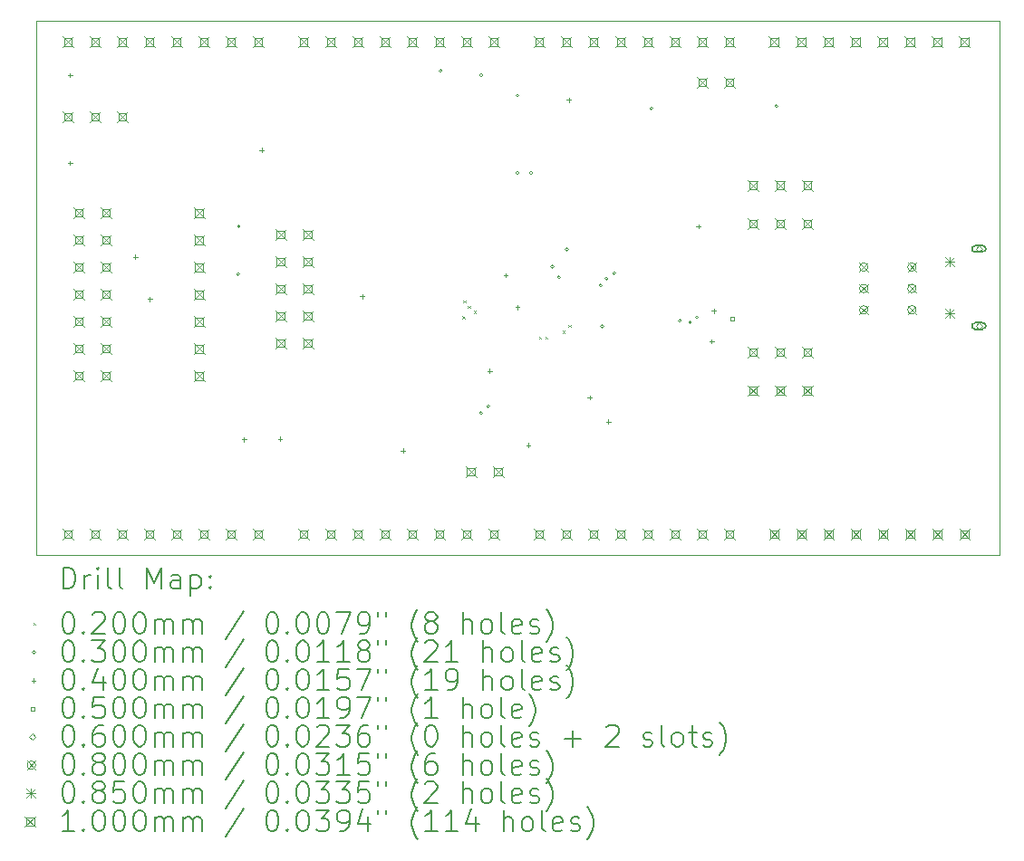
<source format=gbr>
%TF.GenerationSoftware,KiCad,Pcbnew,(6.0.7)*%
%TF.CreationDate,2022-09-17T20:24:41+02:00*%
%TF.ProjectId,F5418,46353431-382e-46b6-9963-61645f706362,rev?*%
%TF.SameCoordinates,Original*%
%TF.FileFunction,Drillmap*%
%TF.FilePolarity,Positive*%
%FSLAX45Y45*%
G04 Gerber Fmt 4.5, Leading zero omitted, Abs format (unit mm)*
G04 Created by KiCad (PCBNEW (6.0.7)) date 2022-09-17 20:24:41*
%MOMM*%
%LPD*%
G01*
G04 APERTURE LIST*
%ADD10C,0.050000*%
%ADD11C,0.200000*%
%ADD12C,0.020000*%
%ADD13C,0.030000*%
%ADD14C,0.040000*%
%ADD15C,0.060000*%
%ADD16C,0.080000*%
%ADD17C,0.085000*%
%ADD18C,0.100000*%
G04 APERTURE END LIST*
D10*
X17800000Y-7800000D02*
X8800000Y-7800000D01*
X8800000Y-12800000D02*
X17800000Y-12800000D01*
X17800000Y-12800000D02*
X17800000Y-7800000D01*
X8800000Y-7800000D02*
X8800000Y-12800000D01*
D11*
D12*
X12785000Y-10565000D02*
X12805000Y-10585000D01*
X12805000Y-10565000D02*
X12785000Y-10585000D01*
X12795000Y-10415000D02*
X12815000Y-10435000D01*
X12815000Y-10415000D02*
X12795000Y-10435000D01*
X12835000Y-10465000D02*
X12855000Y-10485000D01*
X12855000Y-10465000D02*
X12835000Y-10485000D01*
X12890000Y-10515000D02*
X12910000Y-10535000D01*
X12910000Y-10515000D02*
X12890000Y-10535000D01*
X13500000Y-10755000D02*
X13520000Y-10775000D01*
X13520000Y-10755000D02*
X13500000Y-10775000D01*
X13560000Y-10755000D02*
X13580000Y-10775000D01*
X13580000Y-10755000D02*
X13560000Y-10775000D01*
X13720000Y-10700000D02*
X13740000Y-10720000D01*
X13740000Y-10700000D02*
X13720000Y-10720000D01*
X13775000Y-10645000D02*
X13795000Y-10665000D01*
X13795000Y-10645000D02*
X13775000Y-10665000D01*
D13*
X10705000Y-10170000D02*
G75*
G03*
X10705000Y-10170000I-15000J0D01*
G01*
X10710000Y-9725000D02*
G75*
G03*
X10710000Y-9725000I-15000J0D01*
G01*
X12595000Y-8270000D02*
G75*
G03*
X12595000Y-8270000I-15000J0D01*
G01*
X12974250Y-11470300D02*
G75*
G03*
X12974250Y-11470300I-15000J0D01*
G01*
X12975000Y-8310000D02*
G75*
G03*
X12975000Y-8310000I-15000J0D01*
G01*
X13040000Y-11406800D02*
G75*
G03*
X13040000Y-11406800I-15000J0D01*
G01*
X13315000Y-8500000D02*
G75*
G03*
X13315000Y-8500000I-15000J0D01*
G01*
X13315000Y-9225000D02*
G75*
G03*
X13315000Y-9225000I-15000J0D01*
G01*
X13440000Y-9225000D02*
G75*
G03*
X13440000Y-9225000I-15000J0D01*
G01*
X13640000Y-10100000D02*
G75*
G03*
X13640000Y-10100000I-15000J0D01*
G01*
X13702700Y-10200000D02*
G75*
G03*
X13702700Y-10200000I-15000J0D01*
G01*
X13775000Y-9940000D02*
G75*
G03*
X13775000Y-9940000I-15000J0D01*
G01*
X14090000Y-10275000D02*
G75*
G03*
X14090000Y-10275000I-15000J0D01*
G01*
X14105000Y-10660000D02*
G75*
G03*
X14105000Y-10660000I-15000J0D01*
G01*
X14146569Y-10212300D02*
G75*
G03*
X14146569Y-10212300I-15000J0D01*
G01*
X14216812Y-10162300D02*
G75*
G03*
X14216812Y-10162300I-15000J0D01*
G01*
X14565000Y-8620000D02*
G75*
G03*
X14565000Y-8620000I-15000J0D01*
G01*
X14832852Y-10607148D02*
G75*
G03*
X14832852Y-10607148I-15000J0D01*
G01*
X14926374Y-10621137D02*
G75*
G03*
X14926374Y-10621137I-15000J0D01*
G01*
X14991139Y-10574174D02*
G75*
G03*
X14991139Y-10574174I-15000J0D01*
G01*
X15735000Y-8600000D02*
G75*
G03*
X15735000Y-8600000I-15000J0D01*
G01*
D14*
X9120000Y-8290000D02*
X9120000Y-8330000D01*
X9100000Y-8310000D02*
X9140000Y-8310000D01*
X9120040Y-9110960D02*
X9120040Y-9150960D01*
X9100040Y-9130960D02*
X9140040Y-9130960D01*
X9729640Y-9989800D02*
X9729640Y-10029800D01*
X9709640Y-10009800D02*
X9749640Y-10009800D01*
X9865000Y-10385000D02*
X9865000Y-10425000D01*
X9845000Y-10405000D02*
X9885000Y-10405000D01*
X10745000Y-11695000D02*
X10745000Y-11735000D01*
X10725000Y-11715000D02*
X10765000Y-11715000D01*
X10910000Y-8990000D02*
X10910000Y-9030000D01*
X10890000Y-9010000D02*
X10930000Y-9010000D01*
X11080000Y-11690000D02*
X11080000Y-11730000D01*
X11060000Y-11710000D02*
X11100000Y-11710000D01*
X11850000Y-10360000D02*
X11850000Y-10400000D01*
X11830000Y-10380000D02*
X11870000Y-10380000D01*
X12230000Y-11800000D02*
X12230000Y-11840000D01*
X12210000Y-11820000D02*
X12250000Y-11820000D01*
X13040000Y-11055000D02*
X13040000Y-11095000D01*
X13020000Y-11075000D02*
X13060000Y-11075000D01*
X13190000Y-10160000D02*
X13190000Y-10200000D01*
X13170000Y-10180000D02*
X13210000Y-10180000D01*
X13300000Y-10460000D02*
X13300000Y-10500000D01*
X13280000Y-10480000D02*
X13320000Y-10480000D01*
X13400000Y-11750000D02*
X13400000Y-11790000D01*
X13380000Y-11770000D02*
X13420000Y-11770000D01*
X13780000Y-8520000D02*
X13780000Y-8560000D01*
X13760000Y-8540000D02*
X13800000Y-8540000D01*
X13975000Y-11305000D02*
X13975000Y-11345000D01*
X13955000Y-11325000D02*
X13995000Y-11325000D01*
X14150000Y-11530000D02*
X14150000Y-11570000D01*
X14130000Y-11550000D02*
X14170000Y-11550000D01*
X14990000Y-9705000D02*
X14990000Y-9745000D01*
X14970000Y-9725000D02*
X15010000Y-9725000D01*
X15115000Y-10780000D02*
X15115000Y-10820000D01*
X15095000Y-10800000D02*
X15135000Y-10800000D01*
X15134760Y-10492720D02*
X15134760Y-10532720D01*
X15114760Y-10512720D02*
X15154760Y-10512720D01*
D10*
X15322678Y-10607678D02*
X15322678Y-10572322D01*
X15287322Y-10572322D01*
X15287322Y-10607678D01*
X15322678Y-10607678D01*
D15*
X17610000Y-9965000D02*
X17640000Y-9935000D01*
X17610000Y-9905000D01*
X17580000Y-9935000D01*
X17610000Y-9965000D01*
D11*
X17575000Y-9965000D02*
X17645000Y-9965000D01*
X17575000Y-9905000D02*
X17645000Y-9905000D01*
X17645000Y-9965000D02*
G75*
G03*
X17645000Y-9905000I0J30000D01*
G01*
X17575000Y-9905000D02*
G75*
G03*
X17575000Y-9965000I0J-30000D01*
G01*
D15*
X17610000Y-10685000D02*
X17640000Y-10655000D01*
X17610000Y-10625000D01*
X17580000Y-10655000D01*
X17610000Y-10685000D01*
D11*
X17645000Y-10625000D02*
X17575000Y-10625000D01*
X17645000Y-10685000D02*
X17575000Y-10685000D01*
X17575000Y-10625000D02*
G75*
G03*
X17575000Y-10685000I0J-30000D01*
G01*
X17645000Y-10685000D02*
G75*
G03*
X17645000Y-10625000I0J30000D01*
G01*
D16*
X16495000Y-10065000D02*
X16575000Y-10145000D01*
X16575000Y-10065000D02*
X16495000Y-10145000D01*
X16575000Y-10105000D02*
G75*
G03*
X16575000Y-10105000I-40000J0D01*
G01*
X16495000Y-10265000D02*
X16575000Y-10345000D01*
X16575000Y-10265000D02*
X16495000Y-10345000D01*
X16575000Y-10305000D02*
G75*
G03*
X16575000Y-10305000I-40000J0D01*
G01*
X16495000Y-10465000D02*
X16575000Y-10545000D01*
X16575000Y-10465000D02*
X16495000Y-10545000D01*
X16575000Y-10505000D02*
G75*
G03*
X16575000Y-10505000I-40000J0D01*
G01*
X16945000Y-10065000D02*
X17025000Y-10145000D01*
X17025000Y-10065000D02*
X16945000Y-10145000D01*
X17025000Y-10105000D02*
G75*
G03*
X17025000Y-10105000I-40000J0D01*
G01*
X16945000Y-10265000D02*
X17025000Y-10345000D01*
X17025000Y-10265000D02*
X16945000Y-10345000D01*
X17025000Y-10305000D02*
G75*
G03*
X17025000Y-10305000I-40000J0D01*
G01*
X16945000Y-10465000D02*
X17025000Y-10545000D01*
X17025000Y-10465000D02*
X16945000Y-10545000D01*
X17025000Y-10505000D02*
G75*
G03*
X17025000Y-10505000I-40000J0D01*
G01*
D17*
X17297500Y-10007500D02*
X17382500Y-10092500D01*
X17382500Y-10007500D02*
X17297500Y-10092500D01*
X17340000Y-10007500D02*
X17340000Y-10092500D01*
X17297500Y-10050000D02*
X17382500Y-10050000D01*
X17297500Y-10497500D02*
X17382500Y-10582500D01*
X17382500Y-10497500D02*
X17297500Y-10582500D01*
X17340000Y-10497500D02*
X17340000Y-10582500D01*
X17297500Y-10540000D02*
X17382500Y-10540000D01*
D18*
X9050000Y-8650000D02*
X9150000Y-8750000D01*
X9150000Y-8650000D02*
X9050000Y-8750000D01*
X9135356Y-8735356D02*
X9135356Y-8664644D01*
X9064644Y-8664644D01*
X9064644Y-8735356D01*
X9135356Y-8735356D01*
X9050000Y-12550000D02*
X9150000Y-12650000D01*
X9150000Y-12550000D02*
X9050000Y-12650000D01*
X9135356Y-12635356D02*
X9135356Y-12564644D01*
X9064644Y-12564644D01*
X9064644Y-12635356D01*
X9135356Y-12635356D01*
X9052000Y-7950000D02*
X9152000Y-8050000D01*
X9152000Y-7950000D02*
X9052000Y-8050000D01*
X9137356Y-8035356D02*
X9137356Y-7964644D01*
X9066644Y-7964644D01*
X9066644Y-8035356D01*
X9137356Y-8035356D01*
X9150000Y-9545000D02*
X9250000Y-9645000D01*
X9250000Y-9545000D02*
X9150000Y-9645000D01*
X9235356Y-9630356D02*
X9235356Y-9559644D01*
X9164644Y-9559644D01*
X9164644Y-9630356D01*
X9235356Y-9630356D01*
X9150000Y-9799000D02*
X9250000Y-9899000D01*
X9250000Y-9799000D02*
X9150000Y-9899000D01*
X9235356Y-9884356D02*
X9235356Y-9813644D01*
X9164644Y-9813644D01*
X9164644Y-9884356D01*
X9235356Y-9884356D01*
X9150000Y-10053000D02*
X9250000Y-10153000D01*
X9250000Y-10053000D02*
X9150000Y-10153000D01*
X9235356Y-10138356D02*
X9235356Y-10067644D01*
X9164644Y-10067644D01*
X9164644Y-10138356D01*
X9235356Y-10138356D01*
X9150000Y-10307000D02*
X9250000Y-10407000D01*
X9250000Y-10307000D02*
X9150000Y-10407000D01*
X9235356Y-10392356D02*
X9235356Y-10321644D01*
X9164644Y-10321644D01*
X9164644Y-10392356D01*
X9235356Y-10392356D01*
X9150000Y-10561000D02*
X9250000Y-10661000D01*
X9250000Y-10561000D02*
X9150000Y-10661000D01*
X9235356Y-10646356D02*
X9235356Y-10575644D01*
X9164644Y-10575644D01*
X9164644Y-10646356D01*
X9235356Y-10646356D01*
X9150000Y-10815000D02*
X9250000Y-10915000D01*
X9250000Y-10815000D02*
X9150000Y-10915000D01*
X9235356Y-10900356D02*
X9235356Y-10829644D01*
X9164644Y-10829644D01*
X9164644Y-10900356D01*
X9235356Y-10900356D01*
X9150000Y-11069000D02*
X9250000Y-11169000D01*
X9250000Y-11069000D02*
X9150000Y-11169000D01*
X9235356Y-11154356D02*
X9235356Y-11083644D01*
X9164644Y-11083644D01*
X9164644Y-11154356D01*
X9235356Y-11154356D01*
X9304000Y-8650000D02*
X9404000Y-8750000D01*
X9404000Y-8650000D02*
X9304000Y-8750000D01*
X9389356Y-8735356D02*
X9389356Y-8664644D01*
X9318644Y-8664644D01*
X9318644Y-8735356D01*
X9389356Y-8735356D01*
X9304000Y-12550000D02*
X9404000Y-12650000D01*
X9404000Y-12550000D02*
X9304000Y-12650000D01*
X9389356Y-12635356D02*
X9389356Y-12564644D01*
X9318644Y-12564644D01*
X9318644Y-12635356D01*
X9389356Y-12635356D01*
X9306000Y-7950000D02*
X9406000Y-8050000D01*
X9406000Y-7950000D02*
X9306000Y-8050000D01*
X9391356Y-8035356D02*
X9391356Y-7964644D01*
X9320644Y-7964644D01*
X9320644Y-8035356D01*
X9391356Y-8035356D01*
X9404000Y-9545000D02*
X9504000Y-9645000D01*
X9504000Y-9545000D02*
X9404000Y-9645000D01*
X9489356Y-9630356D02*
X9489356Y-9559644D01*
X9418644Y-9559644D01*
X9418644Y-9630356D01*
X9489356Y-9630356D01*
X9404000Y-9799000D02*
X9504000Y-9899000D01*
X9504000Y-9799000D02*
X9404000Y-9899000D01*
X9489356Y-9884356D02*
X9489356Y-9813644D01*
X9418644Y-9813644D01*
X9418644Y-9884356D01*
X9489356Y-9884356D01*
X9404000Y-10053000D02*
X9504000Y-10153000D01*
X9504000Y-10053000D02*
X9404000Y-10153000D01*
X9489356Y-10138356D02*
X9489356Y-10067644D01*
X9418644Y-10067644D01*
X9418644Y-10138356D01*
X9489356Y-10138356D01*
X9404000Y-10307000D02*
X9504000Y-10407000D01*
X9504000Y-10307000D02*
X9404000Y-10407000D01*
X9489356Y-10392356D02*
X9489356Y-10321644D01*
X9418644Y-10321644D01*
X9418644Y-10392356D01*
X9489356Y-10392356D01*
X9404000Y-10561000D02*
X9504000Y-10661000D01*
X9504000Y-10561000D02*
X9404000Y-10661000D01*
X9489356Y-10646356D02*
X9489356Y-10575644D01*
X9418644Y-10575644D01*
X9418644Y-10646356D01*
X9489356Y-10646356D01*
X9404000Y-10815000D02*
X9504000Y-10915000D01*
X9504000Y-10815000D02*
X9404000Y-10915000D01*
X9489356Y-10900356D02*
X9489356Y-10829644D01*
X9418644Y-10829644D01*
X9418644Y-10900356D01*
X9489356Y-10900356D01*
X9404000Y-11069000D02*
X9504000Y-11169000D01*
X9504000Y-11069000D02*
X9404000Y-11169000D01*
X9489356Y-11154356D02*
X9489356Y-11083644D01*
X9418644Y-11083644D01*
X9418644Y-11154356D01*
X9489356Y-11154356D01*
X9558000Y-8650000D02*
X9658000Y-8750000D01*
X9658000Y-8650000D02*
X9558000Y-8750000D01*
X9643356Y-8735356D02*
X9643356Y-8664644D01*
X9572644Y-8664644D01*
X9572644Y-8735356D01*
X9643356Y-8735356D01*
X9558000Y-12550000D02*
X9658000Y-12650000D01*
X9658000Y-12550000D02*
X9558000Y-12650000D01*
X9643356Y-12635356D02*
X9643356Y-12564644D01*
X9572644Y-12564644D01*
X9572644Y-12635356D01*
X9643356Y-12635356D01*
X9560000Y-7950000D02*
X9660000Y-8050000D01*
X9660000Y-7950000D02*
X9560000Y-8050000D01*
X9645356Y-8035356D02*
X9645356Y-7964644D01*
X9574644Y-7964644D01*
X9574644Y-8035356D01*
X9645356Y-8035356D01*
X9812000Y-12550000D02*
X9912000Y-12650000D01*
X9912000Y-12550000D02*
X9812000Y-12650000D01*
X9897356Y-12635356D02*
X9897356Y-12564644D01*
X9826644Y-12564644D01*
X9826644Y-12635356D01*
X9897356Y-12635356D01*
X9814000Y-7950000D02*
X9914000Y-8050000D01*
X9914000Y-7950000D02*
X9814000Y-8050000D01*
X9899356Y-8035356D02*
X9899356Y-7964644D01*
X9828644Y-7964644D01*
X9828644Y-8035356D01*
X9899356Y-8035356D01*
X10066000Y-12550000D02*
X10166000Y-12650000D01*
X10166000Y-12550000D02*
X10066000Y-12650000D01*
X10151356Y-12635356D02*
X10151356Y-12564644D01*
X10080644Y-12564644D01*
X10080644Y-12635356D01*
X10151356Y-12635356D01*
X10068000Y-7950000D02*
X10168000Y-8050000D01*
X10168000Y-7950000D02*
X10068000Y-8050000D01*
X10153356Y-8035356D02*
X10153356Y-7964644D01*
X10082644Y-7964644D01*
X10082644Y-8035356D01*
X10153356Y-8035356D01*
X10274000Y-9550000D02*
X10374000Y-9650000D01*
X10374000Y-9550000D02*
X10274000Y-9650000D01*
X10359356Y-9635356D02*
X10359356Y-9564644D01*
X10288644Y-9564644D01*
X10288644Y-9635356D01*
X10359356Y-9635356D01*
X10274000Y-9804000D02*
X10374000Y-9904000D01*
X10374000Y-9804000D02*
X10274000Y-9904000D01*
X10359356Y-9889356D02*
X10359356Y-9818644D01*
X10288644Y-9818644D01*
X10288644Y-9889356D01*
X10359356Y-9889356D01*
X10274000Y-10058000D02*
X10374000Y-10158000D01*
X10374000Y-10058000D02*
X10274000Y-10158000D01*
X10359356Y-10143356D02*
X10359356Y-10072644D01*
X10288644Y-10072644D01*
X10288644Y-10143356D01*
X10359356Y-10143356D01*
X10274000Y-10312000D02*
X10374000Y-10412000D01*
X10374000Y-10312000D02*
X10274000Y-10412000D01*
X10359356Y-10397356D02*
X10359356Y-10326644D01*
X10288644Y-10326644D01*
X10288644Y-10397356D01*
X10359356Y-10397356D01*
X10274000Y-10566000D02*
X10374000Y-10666000D01*
X10374000Y-10566000D02*
X10274000Y-10666000D01*
X10359356Y-10651356D02*
X10359356Y-10580644D01*
X10288644Y-10580644D01*
X10288644Y-10651356D01*
X10359356Y-10651356D01*
X10274000Y-10820000D02*
X10374000Y-10920000D01*
X10374000Y-10820000D02*
X10274000Y-10920000D01*
X10359356Y-10905356D02*
X10359356Y-10834644D01*
X10288644Y-10834644D01*
X10288644Y-10905356D01*
X10359356Y-10905356D01*
X10274000Y-11074000D02*
X10374000Y-11174000D01*
X10374000Y-11074000D02*
X10274000Y-11174000D01*
X10359356Y-11159356D02*
X10359356Y-11088644D01*
X10288644Y-11088644D01*
X10288644Y-11159356D01*
X10359356Y-11159356D01*
X10320000Y-12550000D02*
X10420000Y-12650000D01*
X10420000Y-12550000D02*
X10320000Y-12650000D01*
X10405356Y-12635356D02*
X10405356Y-12564644D01*
X10334644Y-12564644D01*
X10334644Y-12635356D01*
X10405356Y-12635356D01*
X10322000Y-7950000D02*
X10422000Y-8050000D01*
X10422000Y-7950000D02*
X10322000Y-8050000D01*
X10407356Y-8035356D02*
X10407356Y-7964644D01*
X10336644Y-7964644D01*
X10336644Y-8035356D01*
X10407356Y-8035356D01*
X10574000Y-12550000D02*
X10674000Y-12650000D01*
X10674000Y-12550000D02*
X10574000Y-12650000D01*
X10659356Y-12635356D02*
X10659356Y-12564644D01*
X10588644Y-12564644D01*
X10588644Y-12635356D01*
X10659356Y-12635356D01*
X10576000Y-7950000D02*
X10676000Y-8050000D01*
X10676000Y-7950000D02*
X10576000Y-8050000D01*
X10661356Y-8035356D02*
X10661356Y-7964644D01*
X10590644Y-7964644D01*
X10590644Y-8035356D01*
X10661356Y-8035356D01*
X10828000Y-12550000D02*
X10928000Y-12650000D01*
X10928000Y-12550000D02*
X10828000Y-12650000D01*
X10913356Y-12635356D02*
X10913356Y-12564644D01*
X10842644Y-12564644D01*
X10842644Y-12635356D01*
X10913356Y-12635356D01*
X10830000Y-7950000D02*
X10930000Y-8050000D01*
X10930000Y-7950000D02*
X10830000Y-8050000D01*
X10915356Y-8035356D02*
X10915356Y-7964644D01*
X10844644Y-7964644D01*
X10844644Y-8035356D01*
X10915356Y-8035356D01*
X11036000Y-9750000D02*
X11136000Y-9850000D01*
X11136000Y-9750000D02*
X11036000Y-9850000D01*
X11121356Y-9835356D02*
X11121356Y-9764644D01*
X11050644Y-9764644D01*
X11050644Y-9835356D01*
X11121356Y-9835356D01*
X11036000Y-10004000D02*
X11136000Y-10104000D01*
X11136000Y-10004000D02*
X11036000Y-10104000D01*
X11121356Y-10089356D02*
X11121356Y-10018644D01*
X11050644Y-10018644D01*
X11050644Y-10089356D01*
X11121356Y-10089356D01*
X11036000Y-10258000D02*
X11136000Y-10358000D01*
X11136000Y-10258000D02*
X11036000Y-10358000D01*
X11121356Y-10343356D02*
X11121356Y-10272644D01*
X11050644Y-10272644D01*
X11050644Y-10343356D01*
X11121356Y-10343356D01*
X11036000Y-10512000D02*
X11136000Y-10612000D01*
X11136000Y-10512000D02*
X11036000Y-10612000D01*
X11121356Y-10597356D02*
X11121356Y-10526644D01*
X11050644Y-10526644D01*
X11050644Y-10597356D01*
X11121356Y-10597356D01*
X11036000Y-10766000D02*
X11136000Y-10866000D01*
X11136000Y-10766000D02*
X11036000Y-10866000D01*
X11121356Y-10851356D02*
X11121356Y-10780644D01*
X11050644Y-10780644D01*
X11050644Y-10851356D01*
X11121356Y-10851356D01*
X11250000Y-12550000D02*
X11350000Y-12650000D01*
X11350000Y-12550000D02*
X11250000Y-12650000D01*
X11335356Y-12635356D02*
X11335356Y-12564644D01*
X11264644Y-12564644D01*
X11264644Y-12635356D01*
X11335356Y-12635356D01*
X11252000Y-7950000D02*
X11352000Y-8050000D01*
X11352000Y-7950000D02*
X11252000Y-8050000D01*
X11337356Y-8035356D02*
X11337356Y-7964644D01*
X11266644Y-7964644D01*
X11266644Y-8035356D01*
X11337356Y-8035356D01*
X11290000Y-9750000D02*
X11390000Y-9850000D01*
X11390000Y-9750000D02*
X11290000Y-9850000D01*
X11375356Y-9835356D02*
X11375356Y-9764644D01*
X11304644Y-9764644D01*
X11304644Y-9835356D01*
X11375356Y-9835356D01*
X11290000Y-10004000D02*
X11390000Y-10104000D01*
X11390000Y-10004000D02*
X11290000Y-10104000D01*
X11375356Y-10089356D02*
X11375356Y-10018644D01*
X11304644Y-10018644D01*
X11304644Y-10089356D01*
X11375356Y-10089356D01*
X11290000Y-10258000D02*
X11390000Y-10358000D01*
X11390000Y-10258000D02*
X11290000Y-10358000D01*
X11375356Y-10343356D02*
X11375356Y-10272644D01*
X11304644Y-10272644D01*
X11304644Y-10343356D01*
X11375356Y-10343356D01*
X11290000Y-10512000D02*
X11390000Y-10612000D01*
X11390000Y-10512000D02*
X11290000Y-10612000D01*
X11375356Y-10597356D02*
X11375356Y-10526644D01*
X11304644Y-10526644D01*
X11304644Y-10597356D01*
X11375356Y-10597356D01*
X11290000Y-10766000D02*
X11390000Y-10866000D01*
X11390000Y-10766000D02*
X11290000Y-10866000D01*
X11375356Y-10851356D02*
X11375356Y-10780644D01*
X11304644Y-10780644D01*
X11304644Y-10851356D01*
X11375356Y-10851356D01*
X11504000Y-12550000D02*
X11604000Y-12650000D01*
X11604000Y-12550000D02*
X11504000Y-12650000D01*
X11589356Y-12635356D02*
X11589356Y-12564644D01*
X11518644Y-12564644D01*
X11518644Y-12635356D01*
X11589356Y-12635356D01*
X11506000Y-7950000D02*
X11606000Y-8050000D01*
X11606000Y-7950000D02*
X11506000Y-8050000D01*
X11591356Y-8035356D02*
X11591356Y-7964644D01*
X11520644Y-7964644D01*
X11520644Y-8035356D01*
X11591356Y-8035356D01*
X11758000Y-12550000D02*
X11858000Y-12650000D01*
X11858000Y-12550000D02*
X11758000Y-12650000D01*
X11843356Y-12635356D02*
X11843356Y-12564644D01*
X11772644Y-12564644D01*
X11772644Y-12635356D01*
X11843356Y-12635356D01*
X11760000Y-7950000D02*
X11860000Y-8050000D01*
X11860000Y-7950000D02*
X11760000Y-8050000D01*
X11845356Y-8035356D02*
X11845356Y-7964644D01*
X11774644Y-7964644D01*
X11774644Y-8035356D01*
X11845356Y-8035356D01*
X12012000Y-12550000D02*
X12112000Y-12650000D01*
X12112000Y-12550000D02*
X12012000Y-12650000D01*
X12097356Y-12635356D02*
X12097356Y-12564644D01*
X12026644Y-12564644D01*
X12026644Y-12635356D01*
X12097356Y-12635356D01*
X12014000Y-7950000D02*
X12114000Y-8050000D01*
X12114000Y-7950000D02*
X12014000Y-8050000D01*
X12099356Y-8035356D02*
X12099356Y-7964644D01*
X12028644Y-7964644D01*
X12028644Y-8035356D01*
X12099356Y-8035356D01*
X12266000Y-12550000D02*
X12366000Y-12650000D01*
X12366000Y-12550000D02*
X12266000Y-12650000D01*
X12351356Y-12635356D02*
X12351356Y-12564644D01*
X12280644Y-12564644D01*
X12280644Y-12635356D01*
X12351356Y-12635356D01*
X12268000Y-7950000D02*
X12368000Y-8050000D01*
X12368000Y-7950000D02*
X12268000Y-8050000D01*
X12353356Y-8035356D02*
X12353356Y-7964644D01*
X12282644Y-7964644D01*
X12282644Y-8035356D01*
X12353356Y-8035356D01*
X12520000Y-12550000D02*
X12620000Y-12650000D01*
X12620000Y-12550000D02*
X12520000Y-12650000D01*
X12605356Y-12635356D02*
X12605356Y-12564644D01*
X12534644Y-12564644D01*
X12534644Y-12635356D01*
X12605356Y-12635356D01*
X12522000Y-7950000D02*
X12622000Y-8050000D01*
X12622000Y-7950000D02*
X12522000Y-8050000D01*
X12607356Y-8035356D02*
X12607356Y-7964644D01*
X12536644Y-7964644D01*
X12536644Y-8035356D01*
X12607356Y-8035356D01*
X12774000Y-12550000D02*
X12874000Y-12650000D01*
X12874000Y-12550000D02*
X12774000Y-12650000D01*
X12859356Y-12635356D02*
X12859356Y-12564644D01*
X12788644Y-12564644D01*
X12788644Y-12635356D01*
X12859356Y-12635356D01*
X12776000Y-7950000D02*
X12876000Y-8050000D01*
X12876000Y-7950000D02*
X12776000Y-8050000D01*
X12861356Y-8035356D02*
X12861356Y-7964644D01*
X12790644Y-7964644D01*
X12790644Y-8035356D01*
X12861356Y-8035356D01*
X12814000Y-11966400D02*
X12914000Y-12066400D01*
X12914000Y-11966400D02*
X12814000Y-12066400D01*
X12899356Y-12051756D02*
X12899356Y-11981044D01*
X12828644Y-11981044D01*
X12828644Y-12051756D01*
X12899356Y-12051756D01*
X13028000Y-12550000D02*
X13128000Y-12650000D01*
X13128000Y-12550000D02*
X13028000Y-12650000D01*
X13113356Y-12635356D02*
X13113356Y-12564644D01*
X13042644Y-12564644D01*
X13042644Y-12635356D01*
X13113356Y-12635356D01*
X13030000Y-7950000D02*
X13130000Y-8050000D01*
X13130000Y-7950000D02*
X13030000Y-8050000D01*
X13115356Y-8035356D02*
X13115356Y-7964644D01*
X13044644Y-7964644D01*
X13044644Y-8035356D01*
X13115356Y-8035356D01*
X13068000Y-11966400D02*
X13168000Y-12066400D01*
X13168000Y-11966400D02*
X13068000Y-12066400D01*
X13153356Y-12051756D02*
X13153356Y-11981044D01*
X13082644Y-11981044D01*
X13082644Y-12051756D01*
X13153356Y-12051756D01*
X13450000Y-12550000D02*
X13550000Y-12650000D01*
X13550000Y-12550000D02*
X13450000Y-12650000D01*
X13535356Y-12635356D02*
X13535356Y-12564644D01*
X13464644Y-12564644D01*
X13464644Y-12635356D01*
X13535356Y-12635356D01*
X13454000Y-7950000D02*
X13554000Y-8050000D01*
X13554000Y-7950000D02*
X13454000Y-8050000D01*
X13539356Y-8035356D02*
X13539356Y-7964644D01*
X13468644Y-7964644D01*
X13468644Y-8035356D01*
X13539356Y-8035356D01*
X13704000Y-12550000D02*
X13804000Y-12650000D01*
X13804000Y-12550000D02*
X13704000Y-12650000D01*
X13789356Y-12635356D02*
X13789356Y-12564644D01*
X13718644Y-12564644D01*
X13718644Y-12635356D01*
X13789356Y-12635356D01*
X13708000Y-7950000D02*
X13808000Y-8050000D01*
X13808000Y-7950000D02*
X13708000Y-8050000D01*
X13793356Y-8035356D02*
X13793356Y-7964644D01*
X13722644Y-7964644D01*
X13722644Y-8035356D01*
X13793356Y-8035356D01*
X13958000Y-12550000D02*
X14058000Y-12650000D01*
X14058000Y-12550000D02*
X13958000Y-12650000D01*
X14043356Y-12635356D02*
X14043356Y-12564644D01*
X13972644Y-12564644D01*
X13972644Y-12635356D01*
X14043356Y-12635356D01*
X13962000Y-7950000D02*
X14062000Y-8050000D01*
X14062000Y-7950000D02*
X13962000Y-8050000D01*
X14047356Y-8035356D02*
X14047356Y-7964644D01*
X13976644Y-7964644D01*
X13976644Y-8035356D01*
X14047356Y-8035356D01*
X14212000Y-12550000D02*
X14312000Y-12650000D01*
X14312000Y-12550000D02*
X14212000Y-12650000D01*
X14297356Y-12635356D02*
X14297356Y-12564644D01*
X14226644Y-12564644D01*
X14226644Y-12635356D01*
X14297356Y-12635356D01*
X14216000Y-7950000D02*
X14316000Y-8050000D01*
X14316000Y-7950000D02*
X14216000Y-8050000D01*
X14301356Y-8035356D02*
X14301356Y-7964644D01*
X14230644Y-7964644D01*
X14230644Y-8035356D01*
X14301356Y-8035356D01*
X14466000Y-12550000D02*
X14566000Y-12650000D01*
X14566000Y-12550000D02*
X14466000Y-12650000D01*
X14551356Y-12635356D02*
X14551356Y-12564644D01*
X14480644Y-12564644D01*
X14480644Y-12635356D01*
X14551356Y-12635356D01*
X14470000Y-7950000D02*
X14570000Y-8050000D01*
X14570000Y-7950000D02*
X14470000Y-8050000D01*
X14555356Y-8035356D02*
X14555356Y-7964644D01*
X14484644Y-7964644D01*
X14484644Y-8035356D01*
X14555356Y-8035356D01*
X14720000Y-12550000D02*
X14820000Y-12650000D01*
X14820000Y-12550000D02*
X14720000Y-12650000D01*
X14805356Y-12635356D02*
X14805356Y-12564644D01*
X14734644Y-12564644D01*
X14734644Y-12635356D01*
X14805356Y-12635356D01*
X14724000Y-7950000D02*
X14824000Y-8050000D01*
X14824000Y-7950000D02*
X14724000Y-8050000D01*
X14809356Y-8035356D02*
X14809356Y-7964644D01*
X14738644Y-7964644D01*
X14738644Y-8035356D01*
X14809356Y-8035356D01*
X14974000Y-12550000D02*
X15074000Y-12650000D01*
X15074000Y-12550000D02*
X14974000Y-12650000D01*
X15059356Y-12635356D02*
X15059356Y-12564644D01*
X14988644Y-12564644D01*
X14988644Y-12635356D01*
X15059356Y-12635356D01*
X14976000Y-8330000D02*
X15076000Y-8430000D01*
X15076000Y-8330000D02*
X14976000Y-8430000D01*
X15061356Y-8415356D02*
X15061356Y-8344644D01*
X14990644Y-8344644D01*
X14990644Y-8415356D01*
X15061356Y-8415356D01*
X14978000Y-7950000D02*
X15078000Y-8050000D01*
X15078000Y-7950000D02*
X14978000Y-8050000D01*
X15063356Y-8035356D02*
X15063356Y-7964644D01*
X14992644Y-7964644D01*
X14992644Y-8035356D01*
X15063356Y-8035356D01*
X15228000Y-12550000D02*
X15328000Y-12650000D01*
X15328000Y-12550000D02*
X15228000Y-12650000D01*
X15313356Y-12635356D02*
X15313356Y-12564644D01*
X15242644Y-12564644D01*
X15242644Y-12635356D01*
X15313356Y-12635356D01*
X15230000Y-8330000D02*
X15330000Y-8430000D01*
X15330000Y-8330000D02*
X15230000Y-8430000D01*
X15315356Y-8415356D02*
X15315356Y-8344644D01*
X15244644Y-8344644D01*
X15244644Y-8415356D01*
X15315356Y-8415356D01*
X15232000Y-7950000D02*
X15332000Y-8050000D01*
X15332000Y-7950000D02*
X15232000Y-8050000D01*
X15317356Y-8035356D02*
X15317356Y-7964644D01*
X15246644Y-7964644D01*
X15246644Y-8035356D01*
X15317356Y-8035356D01*
X15450000Y-9290000D02*
X15550000Y-9390000D01*
X15550000Y-9290000D02*
X15450000Y-9390000D01*
X15535356Y-9375356D02*
X15535356Y-9304644D01*
X15464644Y-9304644D01*
X15464644Y-9375356D01*
X15535356Y-9375356D01*
X15450000Y-9650000D02*
X15550000Y-9750000D01*
X15550000Y-9650000D02*
X15450000Y-9750000D01*
X15535356Y-9735356D02*
X15535356Y-9664644D01*
X15464644Y-9664644D01*
X15464644Y-9735356D01*
X15535356Y-9735356D01*
X15450000Y-10850000D02*
X15550000Y-10950000D01*
X15550000Y-10850000D02*
X15450000Y-10950000D01*
X15535356Y-10935356D02*
X15535356Y-10864644D01*
X15464644Y-10864644D01*
X15464644Y-10935356D01*
X15535356Y-10935356D01*
X15450000Y-11210000D02*
X15550000Y-11310000D01*
X15550000Y-11210000D02*
X15450000Y-11310000D01*
X15535356Y-11295356D02*
X15535356Y-11224644D01*
X15464644Y-11224644D01*
X15464644Y-11295356D01*
X15535356Y-11295356D01*
X15648000Y-7950000D02*
X15748000Y-8050000D01*
X15748000Y-7950000D02*
X15648000Y-8050000D01*
X15733356Y-8035356D02*
X15733356Y-7964644D01*
X15662644Y-7964644D01*
X15662644Y-8035356D01*
X15733356Y-8035356D01*
X15650000Y-12550000D02*
X15750000Y-12650000D01*
X15750000Y-12550000D02*
X15650000Y-12650000D01*
X15735356Y-12635356D02*
X15735356Y-12564644D01*
X15664644Y-12564644D01*
X15664644Y-12635356D01*
X15735356Y-12635356D01*
X15704000Y-9290000D02*
X15804000Y-9390000D01*
X15804000Y-9290000D02*
X15704000Y-9390000D01*
X15789356Y-9375356D02*
X15789356Y-9304644D01*
X15718644Y-9304644D01*
X15718644Y-9375356D01*
X15789356Y-9375356D01*
X15704000Y-9650000D02*
X15804000Y-9750000D01*
X15804000Y-9650000D02*
X15704000Y-9750000D01*
X15789356Y-9735356D02*
X15789356Y-9664644D01*
X15718644Y-9664644D01*
X15718644Y-9735356D01*
X15789356Y-9735356D01*
X15704000Y-10850000D02*
X15804000Y-10950000D01*
X15804000Y-10850000D02*
X15704000Y-10950000D01*
X15789356Y-10935356D02*
X15789356Y-10864644D01*
X15718644Y-10864644D01*
X15718644Y-10935356D01*
X15789356Y-10935356D01*
X15704000Y-11210000D02*
X15804000Y-11310000D01*
X15804000Y-11210000D02*
X15704000Y-11310000D01*
X15789356Y-11295356D02*
X15789356Y-11224644D01*
X15718644Y-11224644D01*
X15718644Y-11295356D01*
X15789356Y-11295356D01*
X15902000Y-7950000D02*
X16002000Y-8050000D01*
X16002000Y-7950000D02*
X15902000Y-8050000D01*
X15987356Y-8035356D02*
X15987356Y-7964644D01*
X15916644Y-7964644D01*
X15916644Y-8035356D01*
X15987356Y-8035356D01*
X15904000Y-12550000D02*
X16004000Y-12650000D01*
X16004000Y-12550000D02*
X15904000Y-12650000D01*
X15989356Y-12635356D02*
X15989356Y-12564644D01*
X15918644Y-12564644D01*
X15918644Y-12635356D01*
X15989356Y-12635356D01*
X15958000Y-9290000D02*
X16058000Y-9390000D01*
X16058000Y-9290000D02*
X15958000Y-9390000D01*
X16043356Y-9375356D02*
X16043356Y-9304644D01*
X15972644Y-9304644D01*
X15972644Y-9375356D01*
X16043356Y-9375356D01*
X15958000Y-9650000D02*
X16058000Y-9750000D01*
X16058000Y-9650000D02*
X15958000Y-9750000D01*
X16043356Y-9735356D02*
X16043356Y-9664644D01*
X15972644Y-9664644D01*
X15972644Y-9735356D01*
X16043356Y-9735356D01*
X15958000Y-10850000D02*
X16058000Y-10950000D01*
X16058000Y-10850000D02*
X15958000Y-10950000D01*
X16043356Y-10935356D02*
X16043356Y-10864644D01*
X15972644Y-10864644D01*
X15972644Y-10935356D01*
X16043356Y-10935356D01*
X15958000Y-11210000D02*
X16058000Y-11310000D01*
X16058000Y-11210000D02*
X15958000Y-11310000D01*
X16043356Y-11295356D02*
X16043356Y-11224644D01*
X15972644Y-11224644D01*
X15972644Y-11295356D01*
X16043356Y-11295356D01*
X16156000Y-7950000D02*
X16256000Y-8050000D01*
X16256000Y-7950000D02*
X16156000Y-8050000D01*
X16241356Y-8035356D02*
X16241356Y-7964644D01*
X16170644Y-7964644D01*
X16170644Y-8035356D01*
X16241356Y-8035356D01*
X16158000Y-12550000D02*
X16258000Y-12650000D01*
X16258000Y-12550000D02*
X16158000Y-12650000D01*
X16243356Y-12635356D02*
X16243356Y-12564644D01*
X16172644Y-12564644D01*
X16172644Y-12635356D01*
X16243356Y-12635356D01*
X16410000Y-7950000D02*
X16510000Y-8050000D01*
X16510000Y-7950000D02*
X16410000Y-8050000D01*
X16495356Y-8035356D02*
X16495356Y-7964644D01*
X16424644Y-7964644D01*
X16424644Y-8035356D01*
X16495356Y-8035356D01*
X16412000Y-12550000D02*
X16512000Y-12650000D01*
X16512000Y-12550000D02*
X16412000Y-12650000D01*
X16497356Y-12635356D02*
X16497356Y-12564644D01*
X16426644Y-12564644D01*
X16426644Y-12635356D01*
X16497356Y-12635356D01*
X16664000Y-7950000D02*
X16764000Y-8050000D01*
X16764000Y-7950000D02*
X16664000Y-8050000D01*
X16749356Y-8035356D02*
X16749356Y-7964644D01*
X16678644Y-7964644D01*
X16678644Y-8035356D01*
X16749356Y-8035356D01*
X16666000Y-12550000D02*
X16766000Y-12650000D01*
X16766000Y-12550000D02*
X16666000Y-12650000D01*
X16751356Y-12635356D02*
X16751356Y-12564644D01*
X16680644Y-12564644D01*
X16680644Y-12635356D01*
X16751356Y-12635356D01*
X16918000Y-7950000D02*
X17018000Y-8050000D01*
X17018000Y-7950000D02*
X16918000Y-8050000D01*
X17003356Y-8035356D02*
X17003356Y-7964644D01*
X16932644Y-7964644D01*
X16932644Y-8035356D01*
X17003356Y-8035356D01*
X16920000Y-12550000D02*
X17020000Y-12650000D01*
X17020000Y-12550000D02*
X16920000Y-12650000D01*
X17005356Y-12635356D02*
X17005356Y-12564644D01*
X16934644Y-12564644D01*
X16934644Y-12635356D01*
X17005356Y-12635356D01*
X17172000Y-7950000D02*
X17272000Y-8050000D01*
X17272000Y-7950000D02*
X17172000Y-8050000D01*
X17257356Y-8035356D02*
X17257356Y-7964644D01*
X17186644Y-7964644D01*
X17186644Y-8035356D01*
X17257356Y-8035356D01*
X17174000Y-12550000D02*
X17274000Y-12650000D01*
X17274000Y-12550000D02*
X17174000Y-12650000D01*
X17259356Y-12635356D02*
X17259356Y-12564644D01*
X17188644Y-12564644D01*
X17188644Y-12635356D01*
X17259356Y-12635356D01*
X17426000Y-7950000D02*
X17526000Y-8050000D01*
X17526000Y-7950000D02*
X17426000Y-8050000D01*
X17511356Y-8035356D02*
X17511356Y-7964644D01*
X17440644Y-7964644D01*
X17440644Y-8035356D01*
X17511356Y-8035356D01*
X17428000Y-12550000D02*
X17528000Y-12650000D01*
X17528000Y-12550000D02*
X17428000Y-12650000D01*
X17513356Y-12635356D02*
X17513356Y-12564644D01*
X17442644Y-12564644D01*
X17442644Y-12635356D01*
X17513356Y-12635356D01*
D11*
X9055119Y-13112976D02*
X9055119Y-12912976D01*
X9102738Y-12912976D01*
X9131310Y-12922500D01*
X9150357Y-12941548D01*
X9159881Y-12960595D01*
X9169405Y-12998690D01*
X9169405Y-13027262D01*
X9159881Y-13065357D01*
X9150357Y-13084405D01*
X9131310Y-13103452D01*
X9102738Y-13112976D01*
X9055119Y-13112976D01*
X9255119Y-13112976D02*
X9255119Y-12979643D01*
X9255119Y-13017738D02*
X9264643Y-12998690D01*
X9274167Y-12989167D01*
X9293214Y-12979643D01*
X9312262Y-12979643D01*
X9378929Y-13112976D02*
X9378929Y-12979643D01*
X9378929Y-12912976D02*
X9369405Y-12922500D01*
X9378929Y-12932024D01*
X9388452Y-12922500D01*
X9378929Y-12912976D01*
X9378929Y-12932024D01*
X9502738Y-13112976D02*
X9483690Y-13103452D01*
X9474167Y-13084405D01*
X9474167Y-12912976D01*
X9607500Y-13112976D02*
X9588452Y-13103452D01*
X9578929Y-13084405D01*
X9578929Y-12912976D01*
X9836071Y-13112976D02*
X9836071Y-12912976D01*
X9902738Y-13055833D01*
X9969405Y-12912976D01*
X9969405Y-13112976D01*
X10150357Y-13112976D02*
X10150357Y-13008214D01*
X10140833Y-12989167D01*
X10121786Y-12979643D01*
X10083690Y-12979643D01*
X10064643Y-12989167D01*
X10150357Y-13103452D02*
X10131310Y-13112976D01*
X10083690Y-13112976D01*
X10064643Y-13103452D01*
X10055119Y-13084405D01*
X10055119Y-13065357D01*
X10064643Y-13046309D01*
X10083690Y-13036786D01*
X10131310Y-13036786D01*
X10150357Y-13027262D01*
X10245595Y-12979643D02*
X10245595Y-13179643D01*
X10245595Y-12989167D02*
X10264643Y-12979643D01*
X10302738Y-12979643D01*
X10321786Y-12989167D01*
X10331310Y-12998690D01*
X10340833Y-13017738D01*
X10340833Y-13074881D01*
X10331310Y-13093928D01*
X10321786Y-13103452D01*
X10302738Y-13112976D01*
X10264643Y-13112976D01*
X10245595Y-13103452D01*
X10426548Y-13093928D02*
X10436071Y-13103452D01*
X10426548Y-13112976D01*
X10417024Y-13103452D01*
X10426548Y-13093928D01*
X10426548Y-13112976D01*
X10426548Y-12989167D02*
X10436071Y-12998690D01*
X10426548Y-13008214D01*
X10417024Y-12998690D01*
X10426548Y-12989167D01*
X10426548Y-13008214D01*
D12*
X8777500Y-13432500D02*
X8797500Y-13452500D01*
X8797500Y-13432500D02*
X8777500Y-13452500D01*
D11*
X9093214Y-13332976D02*
X9112262Y-13332976D01*
X9131310Y-13342500D01*
X9140833Y-13352024D01*
X9150357Y-13371071D01*
X9159881Y-13409167D01*
X9159881Y-13456786D01*
X9150357Y-13494881D01*
X9140833Y-13513928D01*
X9131310Y-13523452D01*
X9112262Y-13532976D01*
X9093214Y-13532976D01*
X9074167Y-13523452D01*
X9064643Y-13513928D01*
X9055119Y-13494881D01*
X9045595Y-13456786D01*
X9045595Y-13409167D01*
X9055119Y-13371071D01*
X9064643Y-13352024D01*
X9074167Y-13342500D01*
X9093214Y-13332976D01*
X9245595Y-13513928D02*
X9255119Y-13523452D01*
X9245595Y-13532976D01*
X9236071Y-13523452D01*
X9245595Y-13513928D01*
X9245595Y-13532976D01*
X9331310Y-13352024D02*
X9340833Y-13342500D01*
X9359881Y-13332976D01*
X9407500Y-13332976D01*
X9426548Y-13342500D01*
X9436071Y-13352024D01*
X9445595Y-13371071D01*
X9445595Y-13390119D01*
X9436071Y-13418690D01*
X9321786Y-13532976D01*
X9445595Y-13532976D01*
X9569405Y-13332976D02*
X9588452Y-13332976D01*
X9607500Y-13342500D01*
X9617024Y-13352024D01*
X9626548Y-13371071D01*
X9636071Y-13409167D01*
X9636071Y-13456786D01*
X9626548Y-13494881D01*
X9617024Y-13513928D01*
X9607500Y-13523452D01*
X9588452Y-13532976D01*
X9569405Y-13532976D01*
X9550357Y-13523452D01*
X9540833Y-13513928D01*
X9531310Y-13494881D01*
X9521786Y-13456786D01*
X9521786Y-13409167D01*
X9531310Y-13371071D01*
X9540833Y-13352024D01*
X9550357Y-13342500D01*
X9569405Y-13332976D01*
X9759881Y-13332976D02*
X9778929Y-13332976D01*
X9797976Y-13342500D01*
X9807500Y-13352024D01*
X9817024Y-13371071D01*
X9826548Y-13409167D01*
X9826548Y-13456786D01*
X9817024Y-13494881D01*
X9807500Y-13513928D01*
X9797976Y-13523452D01*
X9778929Y-13532976D01*
X9759881Y-13532976D01*
X9740833Y-13523452D01*
X9731310Y-13513928D01*
X9721786Y-13494881D01*
X9712262Y-13456786D01*
X9712262Y-13409167D01*
X9721786Y-13371071D01*
X9731310Y-13352024D01*
X9740833Y-13342500D01*
X9759881Y-13332976D01*
X9912262Y-13532976D02*
X9912262Y-13399643D01*
X9912262Y-13418690D02*
X9921786Y-13409167D01*
X9940833Y-13399643D01*
X9969405Y-13399643D01*
X9988452Y-13409167D01*
X9997976Y-13428214D01*
X9997976Y-13532976D01*
X9997976Y-13428214D02*
X10007500Y-13409167D01*
X10026548Y-13399643D01*
X10055119Y-13399643D01*
X10074167Y-13409167D01*
X10083690Y-13428214D01*
X10083690Y-13532976D01*
X10178929Y-13532976D02*
X10178929Y-13399643D01*
X10178929Y-13418690D02*
X10188452Y-13409167D01*
X10207500Y-13399643D01*
X10236071Y-13399643D01*
X10255119Y-13409167D01*
X10264643Y-13428214D01*
X10264643Y-13532976D01*
X10264643Y-13428214D02*
X10274167Y-13409167D01*
X10293214Y-13399643D01*
X10321786Y-13399643D01*
X10340833Y-13409167D01*
X10350357Y-13428214D01*
X10350357Y-13532976D01*
X10740833Y-13323452D02*
X10569405Y-13580595D01*
X10997976Y-13332976D02*
X11017024Y-13332976D01*
X11036071Y-13342500D01*
X11045595Y-13352024D01*
X11055119Y-13371071D01*
X11064643Y-13409167D01*
X11064643Y-13456786D01*
X11055119Y-13494881D01*
X11045595Y-13513928D01*
X11036071Y-13523452D01*
X11017024Y-13532976D01*
X10997976Y-13532976D01*
X10978929Y-13523452D01*
X10969405Y-13513928D01*
X10959881Y-13494881D01*
X10950357Y-13456786D01*
X10950357Y-13409167D01*
X10959881Y-13371071D01*
X10969405Y-13352024D01*
X10978929Y-13342500D01*
X10997976Y-13332976D01*
X11150357Y-13513928D02*
X11159881Y-13523452D01*
X11150357Y-13532976D01*
X11140833Y-13523452D01*
X11150357Y-13513928D01*
X11150357Y-13532976D01*
X11283690Y-13332976D02*
X11302738Y-13332976D01*
X11321786Y-13342500D01*
X11331309Y-13352024D01*
X11340833Y-13371071D01*
X11350357Y-13409167D01*
X11350357Y-13456786D01*
X11340833Y-13494881D01*
X11331309Y-13513928D01*
X11321786Y-13523452D01*
X11302738Y-13532976D01*
X11283690Y-13532976D01*
X11264643Y-13523452D01*
X11255119Y-13513928D01*
X11245595Y-13494881D01*
X11236071Y-13456786D01*
X11236071Y-13409167D01*
X11245595Y-13371071D01*
X11255119Y-13352024D01*
X11264643Y-13342500D01*
X11283690Y-13332976D01*
X11474167Y-13332976D02*
X11493214Y-13332976D01*
X11512262Y-13342500D01*
X11521786Y-13352024D01*
X11531309Y-13371071D01*
X11540833Y-13409167D01*
X11540833Y-13456786D01*
X11531309Y-13494881D01*
X11521786Y-13513928D01*
X11512262Y-13523452D01*
X11493214Y-13532976D01*
X11474167Y-13532976D01*
X11455119Y-13523452D01*
X11445595Y-13513928D01*
X11436071Y-13494881D01*
X11426548Y-13456786D01*
X11426548Y-13409167D01*
X11436071Y-13371071D01*
X11445595Y-13352024D01*
X11455119Y-13342500D01*
X11474167Y-13332976D01*
X11607500Y-13332976D02*
X11740833Y-13332976D01*
X11655119Y-13532976D01*
X11826548Y-13532976D02*
X11864643Y-13532976D01*
X11883690Y-13523452D01*
X11893214Y-13513928D01*
X11912262Y-13485357D01*
X11921786Y-13447262D01*
X11921786Y-13371071D01*
X11912262Y-13352024D01*
X11902738Y-13342500D01*
X11883690Y-13332976D01*
X11845595Y-13332976D01*
X11826548Y-13342500D01*
X11817024Y-13352024D01*
X11807500Y-13371071D01*
X11807500Y-13418690D01*
X11817024Y-13437738D01*
X11826548Y-13447262D01*
X11845595Y-13456786D01*
X11883690Y-13456786D01*
X11902738Y-13447262D01*
X11912262Y-13437738D01*
X11921786Y-13418690D01*
X11997976Y-13332976D02*
X11997976Y-13371071D01*
X12074167Y-13332976D02*
X12074167Y-13371071D01*
X12369405Y-13609167D02*
X12359881Y-13599643D01*
X12340833Y-13571071D01*
X12331309Y-13552024D01*
X12321786Y-13523452D01*
X12312262Y-13475833D01*
X12312262Y-13437738D01*
X12321786Y-13390119D01*
X12331309Y-13361548D01*
X12340833Y-13342500D01*
X12359881Y-13313928D01*
X12369405Y-13304405D01*
X12474167Y-13418690D02*
X12455119Y-13409167D01*
X12445595Y-13399643D01*
X12436071Y-13380595D01*
X12436071Y-13371071D01*
X12445595Y-13352024D01*
X12455119Y-13342500D01*
X12474167Y-13332976D01*
X12512262Y-13332976D01*
X12531309Y-13342500D01*
X12540833Y-13352024D01*
X12550357Y-13371071D01*
X12550357Y-13380595D01*
X12540833Y-13399643D01*
X12531309Y-13409167D01*
X12512262Y-13418690D01*
X12474167Y-13418690D01*
X12455119Y-13428214D01*
X12445595Y-13437738D01*
X12436071Y-13456786D01*
X12436071Y-13494881D01*
X12445595Y-13513928D01*
X12455119Y-13523452D01*
X12474167Y-13532976D01*
X12512262Y-13532976D01*
X12531309Y-13523452D01*
X12540833Y-13513928D01*
X12550357Y-13494881D01*
X12550357Y-13456786D01*
X12540833Y-13437738D01*
X12531309Y-13428214D01*
X12512262Y-13418690D01*
X12788452Y-13532976D02*
X12788452Y-13332976D01*
X12874167Y-13532976D02*
X12874167Y-13428214D01*
X12864643Y-13409167D01*
X12845595Y-13399643D01*
X12817024Y-13399643D01*
X12797976Y-13409167D01*
X12788452Y-13418690D01*
X12997976Y-13532976D02*
X12978928Y-13523452D01*
X12969405Y-13513928D01*
X12959881Y-13494881D01*
X12959881Y-13437738D01*
X12969405Y-13418690D01*
X12978928Y-13409167D01*
X12997976Y-13399643D01*
X13026548Y-13399643D01*
X13045595Y-13409167D01*
X13055119Y-13418690D01*
X13064643Y-13437738D01*
X13064643Y-13494881D01*
X13055119Y-13513928D01*
X13045595Y-13523452D01*
X13026548Y-13532976D01*
X12997976Y-13532976D01*
X13178928Y-13532976D02*
X13159881Y-13523452D01*
X13150357Y-13504405D01*
X13150357Y-13332976D01*
X13331309Y-13523452D02*
X13312262Y-13532976D01*
X13274167Y-13532976D01*
X13255119Y-13523452D01*
X13245595Y-13504405D01*
X13245595Y-13428214D01*
X13255119Y-13409167D01*
X13274167Y-13399643D01*
X13312262Y-13399643D01*
X13331309Y-13409167D01*
X13340833Y-13428214D01*
X13340833Y-13447262D01*
X13245595Y-13466309D01*
X13417024Y-13523452D02*
X13436071Y-13532976D01*
X13474167Y-13532976D01*
X13493214Y-13523452D01*
X13502738Y-13504405D01*
X13502738Y-13494881D01*
X13493214Y-13475833D01*
X13474167Y-13466309D01*
X13445595Y-13466309D01*
X13426548Y-13456786D01*
X13417024Y-13437738D01*
X13417024Y-13428214D01*
X13426548Y-13409167D01*
X13445595Y-13399643D01*
X13474167Y-13399643D01*
X13493214Y-13409167D01*
X13569405Y-13609167D02*
X13578928Y-13599643D01*
X13597976Y-13571071D01*
X13607500Y-13552024D01*
X13617024Y-13523452D01*
X13626548Y-13475833D01*
X13626548Y-13437738D01*
X13617024Y-13390119D01*
X13607500Y-13361548D01*
X13597976Y-13342500D01*
X13578928Y-13313928D01*
X13569405Y-13304405D01*
D13*
X8797500Y-13706500D02*
G75*
G03*
X8797500Y-13706500I-15000J0D01*
G01*
D11*
X9093214Y-13596976D02*
X9112262Y-13596976D01*
X9131310Y-13606500D01*
X9140833Y-13616024D01*
X9150357Y-13635071D01*
X9159881Y-13673167D01*
X9159881Y-13720786D01*
X9150357Y-13758881D01*
X9140833Y-13777928D01*
X9131310Y-13787452D01*
X9112262Y-13796976D01*
X9093214Y-13796976D01*
X9074167Y-13787452D01*
X9064643Y-13777928D01*
X9055119Y-13758881D01*
X9045595Y-13720786D01*
X9045595Y-13673167D01*
X9055119Y-13635071D01*
X9064643Y-13616024D01*
X9074167Y-13606500D01*
X9093214Y-13596976D01*
X9245595Y-13777928D02*
X9255119Y-13787452D01*
X9245595Y-13796976D01*
X9236071Y-13787452D01*
X9245595Y-13777928D01*
X9245595Y-13796976D01*
X9321786Y-13596976D02*
X9445595Y-13596976D01*
X9378929Y-13673167D01*
X9407500Y-13673167D01*
X9426548Y-13682690D01*
X9436071Y-13692214D01*
X9445595Y-13711262D01*
X9445595Y-13758881D01*
X9436071Y-13777928D01*
X9426548Y-13787452D01*
X9407500Y-13796976D01*
X9350357Y-13796976D01*
X9331310Y-13787452D01*
X9321786Y-13777928D01*
X9569405Y-13596976D02*
X9588452Y-13596976D01*
X9607500Y-13606500D01*
X9617024Y-13616024D01*
X9626548Y-13635071D01*
X9636071Y-13673167D01*
X9636071Y-13720786D01*
X9626548Y-13758881D01*
X9617024Y-13777928D01*
X9607500Y-13787452D01*
X9588452Y-13796976D01*
X9569405Y-13796976D01*
X9550357Y-13787452D01*
X9540833Y-13777928D01*
X9531310Y-13758881D01*
X9521786Y-13720786D01*
X9521786Y-13673167D01*
X9531310Y-13635071D01*
X9540833Y-13616024D01*
X9550357Y-13606500D01*
X9569405Y-13596976D01*
X9759881Y-13596976D02*
X9778929Y-13596976D01*
X9797976Y-13606500D01*
X9807500Y-13616024D01*
X9817024Y-13635071D01*
X9826548Y-13673167D01*
X9826548Y-13720786D01*
X9817024Y-13758881D01*
X9807500Y-13777928D01*
X9797976Y-13787452D01*
X9778929Y-13796976D01*
X9759881Y-13796976D01*
X9740833Y-13787452D01*
X9731310Y-13777928D01*
X9721786Y-13758881D01*
X9712262Y-13720786D01*
X9712262Y-13673167D01*
X9721786Y-13635071D01*
X9731310Y-13616024D01*
X9740833Y-13606500D01*
X9759881Y-13596976D01*
X9912262Y-13796976D02*
X9912262Y-13663643D01*
X9912262Y-13682690D02*
X9921786Y-13673167D01*
X9940833Y-13663643D01*
X9969405Y-13663643D01*
X9988452Y-13673167D01*
X9997976Y-13692214D01*
X9997976Y-13796976D01*
X9997976Y-13692214D02*
X10007500Y-13673167D01*
X10026548Y-13663643D01*
X10055119Y-13663643D01*
X10074167Y-13673167D01*
X10083690Y-13692214D01*
X10083690Y-13796976D01*
X10178929Y-13796976D02*
X10178929Y-13663643D01*
X10178929Y-13682690D02*
X10188452Y-13673167D01*
X10207500Y-13663643D01*
X10236071Y-13663643D01*
X10255119Y-13673167D01*
X10264643Y-13692214D01*
X10264643Y-13796976D01*
X10264643Y-13692214D02*
X10274167Y-13673167D01*
X10293214Y-13663643D01*
X10321786Y-13663643D01*
X10340833Y-13673167D01*
X10350357Y-13692214D01*
X10350357Y-13796976D01*
X10740833Y-13587452D02*
X10569405Y-13844595D01*
X10997976Y-13596976D02*
X11017024Y-13596976D01*
X11036071Y-13606500D01*
X11045595Y-13616024D01*
X11055119Y-13635071D01*
X11064643Y-13673167D01*
X11064643Y-13720786D01*
X11055119Y-13758881D01*
X11045595Y-13777928D01*
X11036071Y-13787452D01*
X11017024Y-13796976D01*
X10997976Y-13796976D01*
X10978929Y-13787452D01*
X10969405Y-13777928D01*
X10959881Y-13758881D01*
X10950357Y-13720786D01*
X10950357Y-13673167D01*
X10959881Y-13635071D01*
X10969405Y-13616024D01*
X10978929Y-13606500D01*
X10997976Y-13596976D01*
X11150357Y-13777928D02*
X11159881Y-13787452D01*
X11150357Y-13796976D01*
X11140833Y-13787452D01*
X11150357Y-13777928D01*
X11150357Y-13796976D01*
X11283690Y-13596976D02*
X11302738Y-13596976D01*
X11321786Y-13606500D01*
X11331309Y-13616024D01*
X11340833Y-13635071D01*
X11350357Y-13673167D01*
X11350357Y-13720786D01*
X11340833Y-13758881D01*
X11331309Y-13777928D01*
X11321786Y-13787452D01*
X11302738Y-13796976D01*
X11283690Y-13796976D01*
X11264643Y-13787452D01*
X11255119Y-13777928D01*
X11245595Y-13758881D01*
X11236071Y-13720786D01*
X11236071Y-13673167D01*
X11245595Y-13635071D01*
X11255119Y-13616024D01*
X11264643Y-13606500D01*
X11283690Y-13596976D01*
X11540833Y-13796976D02*
X11426548Y-13796976D01*
X11483690Y-13796976D02*
X11483690Y-13596976D01*
X11464643Y-13625548D01*
X11445595Y-13644595D01*
X11426548Y-13654119D01*
X11731309Y-13796976D02*
X11617024Y-13796976D01*
X11674167Y-13796976D02*
X11674167Y-13596976D01*
X11655119Y-13625548D01*
X11636071Y-13644595D01*
X11617024Y-13654119D01*
X11845595Y-13682690D02*
X11826548Y-13673167D01*
X11817024Y-13663643D01*
X11807500Y-13644595D01*
X11807500Y-13635071D01*
X11817024Y-13616024D01*
X11826548Y-13606500D01*
X11845595Y-13596976D01*
X11883690Y-13596976D01*
X11902738Y-13606500D01*
X11912262Y-13616024D01*
X11921786Y-13635071D01*
X11921786Y-13644595D01*
X11912262Y-13663643D01*
X11902738Y-13673167D01*
X11883690Y-13682690D01*
X11845595Y-13682690D01*
X11826548Y-13692214D01*
X11817024Y-13701738D01*
X11807500Y-13720786D01*
X11807500Y-13758881D01*
X11817024Y-13777928D01*
X11826548Y-13787452D01*
X11845595Y-13796976D01*
X11883690Y-13796976D01*
X11902738Y-13787452D01*
X11912262Y-13777928D01*
X11921786Y-13758881D01*
X11921786Y-13720786D01*
X11912262Y-13701738D01*
X11902738Y-13692214D01*
X11883690Y-13682690D01*
X11997976Y-13596976D02*
X11997976Y-13635071D01*
X12074167Y-13596976D02*
X12074167Y-13635071D01*
X12369405Y-13873167D02*
X12359881Y-13863643D01*
X12340833Y-13835071D01*
X12331309Y-13816024D01*
X12321786Y-13787452D01*
X12312262Y-13739833D01*
X12312262Y-13701738D01*
X12321786Y-13654119D01*
X12331309Y-13625548D01*
X12340833Y-13606500D01*
X12359881Y-13577928D01*
X12369405Y-13568405D01*
X12436071Y-13616024D02*
X12445595Y-13606500D01*
X12464643Y-13596976D01*
X12512262Y-13596976D01*
X12531309Y-13606500D01*
X12540833Y-13616024D01*
X12550357Y-13635071D01*
X12550357Y-13654119D01*
X12540833Y-13682690D01*
X12426548Y-13796976D01*
X12550357Y-13796976D01*
X12740833Y-13796976D02*
X12626548Y-13796976D01*
X12683690Y-13796976D02*
X12683690Y-13596976D01*
X12664643Y-13625548D01*
X12645595Y-13644595D01*
X12626548Y-13654119D01*
X12978928Y-13796976D02*
X12978928Y-13596976D01*
X13064643Y-13796976D02*
X13064643Y-13692214D01*
X13055119Y-13673167D01*
X13036071Y-13663643D01*
X13007500Y-13663643D01*
X12988452Y-13673167D01*
X12978928Y-13682690D01*
X13188452Y-13796976D02*
X13169405Y-13787452D01*
X13159881Y-13777928D01*
X13150357Y-13758881D01*
X13150357Y-13701738D01*
X13159881Y-13682690D01*
X13169405Y-13673167D01*
X13188452Y-13663643D01*
X13217024Y-13663643D01*
X13236071Y-13673167D01*
X13245595Y-13682690D01*
X13255119Y-13701738D01*
X13255119Y-13758881D01*
X13245595Y-13777928D01*
X13236071Y-13787452D01*
X13217024Y-13796976D01*
X13188452Y-13796976D01*
X13369405Y-13796976D02*
X13350357Y-13787452D01*
X13340833Y-13768405D01*
X13340833Y-13596976D01*
X13521786Y-13787452D02*
X13502738Y-13796976D01*
X13464643Y-13796976D01*
X13445595Y-13787452D01*
X13436071Y-13768405D01*
X13436071Y-13692214D01*
X13445595Y-13673167D01*
X13464643Y-13663643D01*
X13502738Y-13663643D01*
X13521786Y-13673167D01*
X13531309Y-13692214D01*
X13531309Y-13711262D01*
X13436071Y-13730309D01*
X13607500Y-13787452D02*
X13626548Y-13796976D01*
X13664643Y-13796976D01*
X13683690Y-13787452D01*
X13693214Y-13768405D01*
X13693214Y-13758881D01*
X13683690Y-13739833D01*
X13664643Y-13730309D01*
X13636071Y-13730309D01*
X13617024Y-13720786D01*
X13607500Y-13701738D01*
X13607500Y-13692214D01*
X13617024Y-13673167D01*
X13636071Y-13663643D01*
X13664643Y-13663643D01*
X13683690Y-13673167D01*
X13759881Y-13873167D02*
X13769405Y-13863643D01*
X13788452Y-13835071D01*
X13797976Y-13816024D01*
X13807500Y-13787452D01*
X13817024Y-13739833D01*
X13817024Y-13701738D01*
X13807500Y-13654119D01*
X13797976Y-13625548D01*
X13788452Y-13606500D01*
X13769405Y-13577928D01*
X13759881Y-13568405D01*
D14*
X8777500Y-13950500D02*
X8777500Y-13990500D01*
X8757500Y-13970500D02*
X8797500Y-13970500D01*
D11*
X9093214Y-13860976D02*
X9112262Y-13860976D01*
X9131310Y-13870500D01*
X9140833Y-13880024D01*
X9150357Y-13899071D01*
X9159881Y-13937167D01*
X9159881Y-13984786D01*
X9150357Y-14022881D01*
X9140833Y-14041928D01*
X9131310Y-14051452D01*
X9112262Y-14060976D01*
X9093214Y-14060976D01*
X9074167Y-14051452D01*
X9064643Y-14041928D01*
X9055119Y-14022881D01*
X9045595Y-13984786D01*
X9045595Y-13937167D01*
X9055119Y-13899071D01*
X9064643Y-13880024D01*
X9074167Y-13870500D01*
X9093214Y-13860976D01*
X9245595Y-14041928D02*
X9255119Y-14051452D01*
X9245595Y-14060976D01*
X9236071Y-14051452D01*
X9245595Y-14041928D01*
X9245595Y-14060976D01*
X9426548Y-13927643D02*
X9426548Y-14060976D01*
X9378929Y-13851452D02*
X9331310Y-13994309D01*
X9455119Y-13994309D01*
X9569405Y-13860976D02*
X9588452Y-13860976D01*
X9607500Y-13870500D01*
X9617024Y-13880024D01*
X9626548Y-13899071D01*
X9636071Y-13937167D01*
X9636071Y-13984786D01*
X9626548Y-14022881D01*
X9617024Y-14041928D01*
X9607500Y-14051452D01*
X9588452Y-14060976D01*
X9569405Y-14060976D01*
X9550357Y-14051452D01*
X9540833Y-14041928D01*
X9531310Y-14022881D01*
X9521786Y-13984786D01*
X9521786Y-13937167D01*
X9531310Y-13899071D01*
X9540833Y-13880024D01*
X9550357Y-13870500D01*
X9569405Y-13860976D01*
X9759881Y-13860976D02*
X9778929Y-13860976D01*
X9797976Y-13870500D01*
X9807500Y-13880024D01*
X9817024Y-13899071D01*
X9826548Y-13937167D01*
X9826548Y-13984786D01*
X9817024Y-14022881D01*
X9807500Y-14041928D01*
X9797976Y-14051452D01*
X9778929Y-14060976D01*
X9759881Y-14060976D01*
X9740833Y-14051452D01*
X9731310Y-14041928D01*
X9721786Y-14022881D01*
X9712262Y-13984786D01*
X9712262Y-13937167D01*
X9721786Y-13899071D01*
X9731310Y-13880024D01*
X9740833Y-13870500D01*
X9759881Y-13860976D01*
X9912262Y-14060976D02*
X9912262Y-13927643D01*
X9912262Y-13946690D02*
X9921786Y-13937167D01*
X9940833Y-13927643D01*
X9969405Y-13927643D01*
X9988452Y-13937167D01*
X9997976Y-13956214D01*
X9997976Y-14060976D01*
X9997976Y-13956214D02*
X10007500Y-13937167D01*
X10026548Y-13927643D01*
X10055119Y-13927643D01*
X10074167Y-13937167D01*
X10083690Y-13956214D01*
X10083690Y-14060976D01*
X10178929Y-14060976D02*
X10178929Y-13927643D01*
X10178929Y-13946690D02*
X10188452Y-13937167D01*
X10207500Y-13927643D01*
X10236071Y-13927643D01*
X10255119Y-13937167D01*
X10264643Y-13956214D01*
X10264643Y-14060976D01*
X10264643Y-13956214D02*
X10274167Y-13937167D01*
X10293214Y-13927643D01*
X10321786Y-13927643D01*
X10340833Y-13937167D01*
X10350357Y-13956214D01*
X10350357Y-14060976D01*
X10740833Y-13851452D02*
X10569405Y-14108595D01*
X10997976Y-13860976D02*
X11017024Y-13860976D01*
X11036071Y-13870500D01*
X11045595Y-13880024D01*
X11055119Y-13899071D01*
X11064643Y-13937167D01*
X11064643Y-13984786D01*
X11055119Y-14022881D01*
X11045595Y-14041928D01*
X11036071Y-14051452D01*
X11017024Y-14060976D01*
X10997976Y-14060976D01*
X10978929Y-14051452D01*
X10969405Y-14041928D01*
X10959881Y-14022881D01*
X10950357Y-13984786D01*
X10950357Y-13937167D01*
X10959881Y-13899071D01*
X10969405Y-13880024D01*
X10978929Y-13870500D01*
X10997976Y-13860976D01*
X11150357Y-14041928D02*
X11159881Y-14051452D01*
X11150357Y-14060976D01*
X11140833Y-14051452D01*
X11150357Y-14041928D01*
X11150357Y-14060976D01*
X11283690Y-13860976D02*
X11302738Y-13860976D01*
X11321786Y-13870500D01*
X11331309Y-13880024D01*
X11340833Y-13899071D01*
X11350357Y-13937167D01*
X11350357Y-13984786D01*
X11340833Y-14022881D01*
X11331309Y-14041928D01*
X11321786Y-14051452D01*
X11302738Y-14060976D01*
X11283690Y-14060976D01*
X11264643Y-14051452D01*
X11255119Y-14041928D01*
X11245595Y-14022881D01*
X11236071Y-13984786D01*
X11236071Y-13937167D01*
X11245595Y-13899071D01*
X11255119Y-13880024D01*
X11264643Y-13870500D01*
X11283690Y-13860976D01*
X11540833Y-14060976D02*
X11426548Y-14060976D01*
X11483690Y-14060976D02*
X11483690Y-13860976D01*
X11464643Y-13889548D01*
X11445595Y-13908595D01*
X11426548Y-13918119D01*
X11721786Y-13860976D02*
X11626548Y-13860976D01*
X11617024Y-13956214D01*
X11626548Y-13946690D01*
X11645595Y-13937167D01*
X11693214Y-13937167D01*
X11712262Y-13946690D01*
X11721786Y-13956214D01*
X11731309Y-13975262D01*
X11731309Y-14022881D01*
X11721786Y-14041928D01*
X11712262Y-14051452D01*
X11693214Y-14060976D01*
X11645595Y-14060976D01*
X11626548Y-14051452D01*
X11617024Y-14041928D01*
X11797976Y-13860976D02*
X11931309Y-13860976D01*
X11845595Y-14060976D01*
X11997976Y-13860976D02*
X11997976Y-13899071D01*
X12074167Y-13860976D02*
X12074167Y-13899071D01*
X12369405Y-14137167D02*
X12359881Y-14127643D01*
X12340833Y-14099071D01*
X12331309Y-14080024D01*
X12321786Y-14051452D01*
X12312262Y-14003833D01*
X12312262Y-13965738D01*
X12321786Y-13918119D01*
X12331309Y-13889548D01*
X12340833Y-13870500D01*
X12359881Y-13841928D01*
X12369405Y-13832405D01*
X12550357Y-14060976D02*
X12436071Y-14060976D01*
X12493214Y-14060976D02*
X12493214Y-13860976D01*
X12474167Y-13889548D01*
X12455119Y-13908595D01*
X12436071Y-13918119D01*
X12645595Y-14060976D02*
X12683690Y-14060976D01*
X12702738Y-14051452D01*
X12712262Y-14041928D01*
X12731309Y-14013357D01*
X12740833Y-13975262D01*
X12740833Y-13899071D01*
X12731309Y-13880024D01*
X12721786Y-13870500D01*
X12702738Y-13860976D01*
X12664643Y-13860976D01*
X12645595Y-13870500D01*
X12636071Y-13880024D01*
X12626548Y-13899071D01*
X12626548Y-13946690D01*
X12636071Y-13965738D01*
X12645595Y-13975262D01*
X12664643Y-13984786D01*
X12702738Y-13984786D01*
X12721786Y-13975262D01*
X12731309Y-13965738D01*
X12740833Y-13946690D01*
X12978928Y-14060976D02*
X12978928Y-13860976D01*
X13064643Y-14060976D02*
X13064643Y-13956214D01*
X13055119Y-13937167D01*
X13036071Y-13927643D01*
X13007500Y-13927643D01*
X12988452Y-13937167D01*
X12978928Y-13946690D01*
X13188452Y-14060976D02*
X13169405Y-14051452D01*
X13159881Y-14041928D01*
X13150357Y-14022881D01*
X13150357Y-13965738D01*
X13159881Y-13946690D01*
X13169405Y-13937167D01*
X13188452Y-13927643D01*
X13217024Y-13927643D01*
X13236071Y-13937167D01*
X13245595Y-13946690D01*
X13255119Y-13965738D01*
X13255119Y-14022881D01*
X13245595Y-14041928D01*
X13236071Y-14051452D01*
X13217024Y-14060976D01*
X13188452Y-14060976D01*
X13369405Y-14060976D02*
X13350357Y-14051452D01*
X13340833Y-14032405D01*
X13340833Y-13860976D01*
X13521786Y-14051452D02*
X13502738Y-14060976D01*
X13464643Y-14060976D01*
X13445595Y-14051452D01*
X13436071Y-14032405D01*
X13436071Y-13956214D01*
X13445595Y-13937167D01*
X13464643Y-13927643D01*
X13502738Y-13927643D01*
X13521786Y-13937167D01*
X13531309Y-13956214D01*
X13531309Y-13975262D01*
X13436071Y-13994309D01*
X13607500Y-14051452D02*
X13626548Y-14060976D01*
X13664643Y-14060976D01*
X13683690Y-14051452D01*
X13693214Y-14032405D01*
X13693214Y-14022881D01*
X13683690Y-14003833D01*
X13664643Y-13994309D01*
X13636071Y-13994309D01*
X13617024Y-13984786D01*
X13607500Y-13965738D01*
X13607500Y-13956214D01*
X13617024Y-13937167D01*
X13636071Y-13927643D01*
X13664643Y-13927643D01*
X13683690Y-13937167D01*
X13759881Y-14137167D02*
X13769405Y-14127643D01*
X13788452Y-14099071D01*
X13797976Y-14080024D01*
X13807500Y-14051452D01*
X13817024Y-14003833D01*
X13817024Y-13965738D01*
X13807500Y-13918119D01*
X13797976Y-13889548D01*
X13788452Y-13870500D01*
X13769405Y-13841928D01*
X13759881Y-13832405D01*
D10*
X8790178Y-14252178D02*
X8790178Y-14216822D01*
X8754822Y-14216822D01*
X8754822Y-14252178D01*
X8790178Y-14252178D01*
D11*
X9093214Y-14124976D02*
X9112262Y-14124976D01*
X9131310Y-14134500D01*
X9140833Y-14144024D01*
X9150357Y-14163071D01*
X9159881Y-14201167D01*
X9159881Y-14248786D01*
X9150357Y-14286881D01*
X9140833Y-14305928D01*
X9131310Y-14315452D01*
X9112262Y-14324976D01*
X9093214Y-14324976D01*
X9074167Y-14315452D01*
X9064643Y-14305928D01*
X9055119Y-14286881D01*
X9045595Y-14248786D01*
X9045595Y-14201167D01*
X9055119Y-14163071D01*
X9064643Y-14144024D01*
X9074167Y-14134500D01*
X9093214Y-14124976D01*
X9245595Y-14305928D02*
X9255119Y-14315452D01*
X9245595Y-14324976D01*
X9236071Y-14315452D01*
X9245595Y-14305928D01*
X9245595Y-14324976D01*
X9436071Y-14124976D02*
X9340833Y-14124976D01*
X9331310Y-14220214D01*
X9340833Y-14210690D01*
X9359881Y-14201167D01*
X9407500Y-14201167D01*
X9426548Y-14210690D01*
X9436071Y-14220214D01*
X9445595Y-14239262D01*
X9445595Y-14286881D01*
X9436071Y-14305928D01*
X9426548Y-14315452D01*
X9407500Y-14324976D01*
X9359881Y-14324976D01*
X9340833Y-14315452D01*
X9331310Y-14305928D01*
X9569405Y-14124976D02*
X9588452Y-14124976D01*
X9607500Y-14134500D01*
X9617024Y-14144024D01*
X9626548Y-14163071D01*
X9636071Y-14201167D01*
X9636071Y-14248786D01*
X9626548Y-14286881D01*
X9617024Y-14305928D01*
X9607500Y-14315452D01*
X9588452Y-14324976D01*
X9569405Y-14324976D01*
X9550357Y-14315452D01*
X9540833Y-14305928D01*
X9531310Y-14286881D01*
X9521786Y-14248786D01*
X9521786Y-14201167D01*
X9531310Y-14163071D01*
X9540833Y-14144024D01*
X9550357Y-14134500D01*
X9569405Y-14124976D01*
X9759881Y-14124976D02*
X9778929Y-14124976D01*
X9797976Y-14134500D01*
X9807500Y-14144024D01*
X9817024Y-14163071D01*
X9826548Y-14201167D01*
X9826548Y-14248786D01*
X9817024Y-14286881D01*
X9807500Y-14305928D01*
X9797976Y-14315452D01*
X9778929Y-14324976D01*
X9759881Y-14324976D01*
X9740833Y-14315452D01*
X9731310Y-14305928D01*
X9721786Y-14286881D01*
X9712262Y-14248786D01*
X9712262Y-14201167D01*
X9721786Y-14163071D01*
X9731310Y-14144024D01*
X9740833Y-14134500D01*
X9759881Y-14124976D01*
X9912262Y-14324976D02*
X9912262Y-14191643D01*
X9912262Y-14210690D02*
X9921786Y-14201167D01*
X9940833Y-14191643D01*
X9969405Y-14191643D01*
X9988452Y-14201167D01*
X9997976Y-14220214D01*
X9997976Y-14324976D01*
X9997976Y-14220214D02*
X10007500Y-14201167D01*
X10026548Y-14191643D01*
X10055119Y-14191643D01*
X10074167Y-14201167D01*
X10083690Y-14220214D01*
X10083690Y-14324976D01*
X10178929Y-14324976D02*
X10178929Y-14191643D01*
X10178929Y-14210690D02*
X10188452Y-14201167D01*
X10207500Y-14191643D01*
X10236071Y-14191643D01*
X10255119Y-14201167D01*
X10264643Y-14220214D01*
X10264643Y-14324976D01*
X10264643Y-14220214D02*
X10274167Y-14201167D01*
X10293214Y-14191643D01*
X10321786Y-14191643D01*
X10340833Y-14201167D01*
X10350357Y-14220214D01*
X10350357Y-14324976D01*
X10740833Y-14115452D02*
X10569405Y-14372595D01*
X10997976Y-14124976D02*
X11017024Y-14124976D01*
X11036071Y-14134500D01*
X11045595Y-14144024D01*
X11055119Y-14163071D01*
X11064643Y-14201167D01*
X11064643Y-14248786D01*
X11055119Y-14286881D01*
X11045595Y-14305928D01*
X11036071Y-14315452D01*
X11017024Y-14324976D01*
X10997976Y-14324976D01*
X10978929Y-14315452D01*
X10969405Y-14305928D01*
X10959881Y-14286881D01*
X10950357Y-14248786D01*
X10950357Y-14201167D01*
X10959881Y-14163071D01*
X10969405Y-14144024D01*
X10978929Y-14134500D01*
X10997976Y-14124976D01*
X11150357Y-14305928D02*
X11159881Y-14315452D01*
X11150357Y-14324976D01*
X11140833Y-14315452D01*
X11150357Y-14305928D01*
X11150357Y-14324976D01*
X11283690Y-14124976D02*
X11302738Y-14124976D01*
X11321786Y-14134500D01*
X11331309Y-14144024D01*
X11340833Y-14163071D01*
X11350357Y-14201167D01*
X11350357Y-14248786D01*
X11340833Y-14286881D01*
X11331309Y-14305928D01*
X11321786Y-14315452D01*
X11302738Y-14324976D01*
X11283690Y-14324976D01*
X11264643Y-14315452D01*
X11255119Y-14305928D01*
X11245595Y-14286881D01*
X11236071Y-14248786D01*
X11236071Y-14201167D01*
X11245595Y-14163071D01*
X11255119Y-14144024D01*
X11264643Y-14134500D01*
X11283690Y-14124976D01*
X11540833Y-14324976D02*
X11426548Y-14324976D01*
X11483690Y-14324976D02*
X11483690Y-14124976D01*
X11464643Y-14153548D01*
X11445595Y-14172595D01*
X11426548Y-14182119D01*
X11636071Y-14324976D02*
X11674167Y-14324976D01*
X11693214Y-14315452D01*
X11702738Y-14305928D01*
X11721786Y-14277357D01*
X11731309Y-14239262D01*
X11731309Y-14163071D01*
X11721786Y-14144024D01*
X11712262Y-14134500D01*
X11693214Y-14124976D01*
X11655119Y-14124976D01*
X11636071Y-14134500D01*
X11626548Y-14144024D01*
X11617024Y-14163071D01*
X11617024Y-14210690D01*
X11626548Y-14229738D01*
X11636071Y-14239262D01*
X11655119Y-14248786D01*
X11693214Y-14248786D01*
X11712262Y-14239262D01*
X11721786Y-14229738D01*
X11731309Y-14210690D01*
X11797976Y-14124976D02*
X11931309Y-14124976D01*
X11845595Y-14324976D01*
X11997976Y-14124976D02*
X11997976Y-14163071D01*
X12074167Y-14124976D02*
X12074167Y-14163071D01*
X12369405Y-14401167D02*
X12359881Y-14391643D01*
X12340833Y-14363071D01*
X12331309Y-14344024D01*
X12321786Y-14315452D01*
X12312262Y-14267833D01*
X12312262Y-14229738D01*
X12321786Y-14182119D01*
X12331309Y-14153548D01*
X12340833Y-14134500D01*
X12359881Y-14105928D01*
X12369405Y-14096405D01*
X12550357Y-14324976D02*
X12436071Y-14324976D01*
X12493214Y-14324976D02*
X12493214Y-14124976D01*
X12474167Y-14153548D01*
X12455119Y-14172595D01*
X12436071Y-14182119D01*
X12788452Y-14324976D02*
X12788452Y-14124976D01*
X12874167Y-14324976D02*
X12874167Y-14220214D01*
X12864643Y-14201167D01*
X12845595Y-14191643D01*
X12817024Y-14191643D01*
X12797976Y-14201167D01*
X12788452Y-14210690D01*
X12997976Y-14324976D02*
X12978928Y-14315452D01*
X12969405Y-14305928D01*
X12959881Y-14286881D01*
X12959881Y-14229738D01*
X12969405Y-14210690D01*
X12978928Y-14201167D01*
X12997976Y-14191643D01*
X13026548Y-14191643D01*
X13045595Y-14201167D01*
X13055119Y-14210690D01*
X13064643Y-14229738D01*
X13064643Y-14286881D01*
X13055119Y-14305928D01*
X13045595Y-14315452D01*
X13026548Y-14324976D01*
X12997976Y-14324976D01*
X13178928Y-14324976D02*
X13159881Y-14315452D01*
X13150357Y-14296405D01*
X13150357Y-14124976D01*
X13331309Y-14315452D02*
X13312262Y-14324976D01*
X13274167Y-14324976D01*
X13255119Y-14315452D01*
X13245595Y-14296405D01*
X13245595Y-14220214D01*
X13255119Y-14201167D01*
X13274167Y-14191643D01*
X13312262Y-14191643D01*
X13331309Y-14201167D01*
X13340833Y-14220214D01*
X13340833Y-14239262D01*
X13245595Y-14258309D01*
X13407500Y-14401167D02*
X13417024Y-14391643D01*
X13436071Y-14363071D01*
X13445595Y-14344024D01*
X13455119Y-14315452D01*
X13464643Y-14267833D01*
X13464643Y-14229738D01*
X13455119Y-14182119D01*
X13445595Y-14153548D01*
X13436071Y-14134500D01*
X13417024Y-14105928D01*
X13407500Y-14096405D01*
D15*
X8767500Y-14528500D02*
X8797500Y-14498500D01*
X8767500Y-14468500D01*
X8737500Y-14498500D01*
X8767500Y-14528500D01*
D11*
X9093214Y-14388976D02*
X9112262Y-14388976D01*
X9131310Y-14398500D01*
X9140833Y-14408024D01*
X9150357Y-14427071D01*
X9159881Y-14465167D01*
X9159881Y-14512786D01*
X9150357Y-14550881D01*
X9140833Y-14569928D01*
X9131310Y-14579452D01*
X9112262Y-14588976D01*
X9093214Y-14588976D01*
X9074167Y-14579452D01*
X9064643Y-14569928D01*
X9055119Y-14550881D01*
X9045595Y-14512786D01*
X9045595Y-14465167D01*
X9055119Y-14427071D01*
X9064643Y-14408024D01*
X9074167Y-14398500D01*
X9093214Y-14388976D01*
X9245595Y-14569928D02*
X9255119Y-14579452D01*
X9245595Y-14588976D01*
X9236071Y-14579452D01*
X9245595Y-14569928D01*
X9245595Y-14588976D01*
X9426548Y-14388976D02*
X9388452Y-14388976D01*
X9369405Y-14398500D01*
X9359881Y-14408024D01*
X9340833Y-14436595D01*
X9331310Y-14474690D01*
X9331310Y-14550881D01*
X9340833Y-14569928D01*
X9350357Y-14579452D01*
X9369405Y-14588976D01*
X9407500Y-14588976D01*
X9426548Y-14579452D01*
X9436071Y-14569928D01*
X9445595Y-14550881D01*
X9445595Y-14503262D01*
X9436071Y-14484214D01*
X9426548Y-14474690D01*
X9407500Y-14465167D01*
X9369405Y-14465167D01*
X9350357Y-14474690D01*
X9340833Y-14484214D01*
X9331310Y-14503262D01*
X9569405Y-14388976D02*
X9588452Y-14388976D01*
X9607500Y-14398500D01*
X9617024Y-14408024D01*
X9626548Y-14427071D01*
X9636071Y-14465167D01*
X9636071Y-14512786D01*
X9626548Y-14550881D01*
X9617024Y-14569928D01*
X9607500Y-14579452D01*
X9588452Y-14588976D01*
X9569405Y-14588976D01*
X9550357Y-14579452D01*
X9540833Y-14569928D01*
X9531310Y-14550881D01*
X9521786Y-14512786D01*
X9521786Y-14465167D01*
X9531310Y-14427071D01*
X9540833Y-14408024D01*
X9550357Y-14398500D01*
X9569405Y-14388976D01*
X9759881Y-14388976D02*
X9778929Y-14388976D01*
X9797976Y-14398500D01*
X9807500Y-14408024D01*
X9817024Y-14427071D01*
X9826548Y-14465167D01*
X9826548Y-14512786D01*
X9817024Y-14550881D01*
X9807500Y-14569928D01*
X9797976Y-14579452D01*
X9778929Y-14588976D01*
X9759881Y-14588976D01*
X9740833Y-14579452D01*
X9731310Y-14569928D01*
X9721786Y-14550881D01*
X9712262Y-14512786D01*
X9712262Y-14465167D01*
X9721786Y-14427071D01*
X9731310Y-14408024D01*
X9740833Y-14398500D01*
X9759881Y-14388976D01*
X9912262Y-14588976D02*
X9912262Y-14455643D01*
X9912262Y-14474690D02*
X9921786Y-14465167D01*
X9940833Y-14455643D01*
X9969405Y-14455643D01*
X9988452Y-14465167D01*
X9997976Y-14484214D01*
X9997976Y-14588976D01*
X9997976Y-14484214D02*
X10007500Y-14465167D01*
X10026548Y-14455643D01*
X10055119Y-14455643D01*
X10074167Y-14465167D01*
X10083690Y-14484214D01*
X10083690Y-14588976D01*
X10178929Y-14588976D02*
X10178929Y-14455643D01*
X10178929Y-14474690D02*
X10188452Y-14465167D01*
X10207500Y-14455643D01*
X10236071Y-14455643D01*
X10255119Y-14465167D01*
X10264643Y-14484214D01*
X10264643Y-14588976D01*
X10264643Y-14484214D02*
X10274167Y-14465167D01*
X10293214Y-14455643D01*
X10321786Y-14455643D01*
X10340833Y-14465167D01*
X10350357Y-14484214D01*
X10350357Y-14588976D01*
X10740833Y-14379452D02*
X10569405Y-14636595D01*
X10997976Y-14388976D02*
X11017024Y-14388976D01*
X11036071Y-14398500D01*
X11045595Y-14408024D01*
X11055119Y-14427071D01*
X11064643Y-14465167D01*
X11064643Y-14512786D01*
X11055119Y-14550881D01*
X11045595Y-14569928D01*
X11036071Y-14579452D01*
X11017024Y-14588976D01*
X10997976Y-14588976D01*
X10978929Y-14579452D01*
X10969405Y-14569928D01*
X10959881Y-14550881D01*
X10950357Y-14512786D01*
X10950357Y-14465167D01*
X10959881Y-14427071D01*
X10969405Y-14408024D01*
X10978929Y-14398500D01*
X10997976Y-14388976D01*
X11150357Y-14569928D02*
X11159881Y-14579452D01*
X11150357Y-14588976D01*
X11140833Y-14579452D01*
X11150357Y-14569928D01*
X11150357Y-14588976D01*
X11283690Y-14388976D02*
X11302738Y-14388976D01*
X11321786Y-14398500D01*
X11331309Y-14408024D01*
X11340833Y-14427071D01*
X11350357Y-14465167D01*
X11350357Y-14512786D01*
X11340833Y-14550881D01*
X11331309Y-14569928D01*
X11321786Y-14579452D01*
X11302738Y-14588976D01*
X11283690Y-14588976D01*
X11264643Y-14579452D01*
X11255119Y-14569928D01*
X11245595Y-14550881D01*
X11236071Y-14512786D01*
X11236071Y-14465167D01*
X11245595Y-14427071D01*
X11255119Y-14408024D01*
X11264643Y-14398500D01*
X11283690Y-14388976D01*
X11426548Y-14408024D02*
X11436071Y-14398500D01*
X11455119Y-14388976D01*
X11502738Y-14388976D01*
X11521786Y-14398500D01*
X11531309Y-14408024D01*
X11540833Y-14427071D01*
X11540833Y-14446119D01*
X11531309Y-14474690D01*
X11417024Y-14588976D01*
X11540833Y-14588976D01*
X11607500Y-14388976D02*
X11731309Y-14388976D01*
X11664643Y-14465167D01*
X11693214Y-14465167D01*
X11712262Y-14474690D01*
X11721786Y-14484214D01*
X11731309Y-14503262D01*
X11731309Y-14550881D01*
X11721786Y-14569928D01*
X11712262Y-14579452D01*
X11693214Y-14588976D01*
X11636071Y-14588976D01*
X11617024Y-14579452D01*
X11607500Y-14569928D01*
X11902738Y-14388976D02*
X11864643Y-14388976D01*
X11845595Y-14398500D01*
X11836071Y-14408024D01*
X11817024Y-14436595D01*
X11807500Y-14474690D01*
X11807500Y-14550881D01*
X11817024Y-14569928D01*
X11826548Y-14579452D01*
X11845595Y-14588976D01*
X11883690Y-14588976D01*
X11902738Y-14579452D01*
X11912262Y-14569928D01*
X11921786Y-14550881D01*
X11921786Y-14503262D01*
X11912262Y-14484214D01*
X11902738Y-14474690D01*
X11883690Y-14465167D01*
X11845595Y-14465167D01*
X11826548Y-14474690D01*
X11817024Y-14484214D01*
X11807500Y-14503262D01*
X11997976Y-14388976D02*
X11997976Y-14427071D01*
X12074167Y-14388976D02*
X12074167Y-14427071D01*
X12369405Y-14665167D02*
X12359881Y-14655643D01*
X12340833Y-14627071D01*
X12331309Y-14608024D01*
X12321786Y-14579452D01*
X12312262Y-14531833D01*
X12312262Y-14493738D01*
X12321786Y-14446119D01*
X12331309Y-14417548D01*
X12340833Y-14398500D01*
X12359881Y-14369928D01*
X12369405Y-14360405D01*
X12483690Y-14388976D02*
X12502738Y-14388976D01*
X12521786Y-14398500D01*
X12531309Y-14408024D01*
X12540833Y-14427071D01*
X12550357Y-14465167D01*
X12550357Y-14512786D01*
X12540833Y-14550881D01*
X12531309Y-14569928D01*
X12521786Y-14579452D01*
X12502738Y-14588976D01*
X12483690Y-14588976D01*
X12464643Y-14579452D01*
X12455119Y-14569928D01*
X12445595Y-14550881D01*
X12436071Y-14512786D01*
X12436071Y-14465167D01*
X12445595Y-14427071D01*
X12455119Y-14408024D01*
X12464643Y-14398500D01*
X12483690Y-14388976D01*
X12788452Y-14588976D02*
X12788452Y-14388976D01*
X12874167Y-14588976D02*
X12874167Y-14484214D01*
X12864643Y-14465167D01*
X12845595Y-14455643D01*
X12817024Y-14455643D01*
X12797976Y-14465167D01*
X12788452Y-14474690D01*
X12997976Y-14588976D02*
X12978928Y-14579452D01*
X12969405Y-14569928D01*
X12959881Y-14550881D01*
X12959881Y-14493738D01*
X12969405Y-14474690D01*
X12978928Y-14465167D01*
X12997976Y-14455643D01*
X13026548Y-14455643D01*
X13045595Y-14465167D01*
X13055119Y-14474690D01*
X13064643Y-14493738D01*
X13064643Y-14550881D01*
X13055119Y-14569928D01*
X13045595Y-14579452D01*
X13026548Y-14588976D01*
X12997976Y-14588976D01*
X13178928Y-14588976D02*
X13159881Y-14579452D01*
X13150357Y-14560405D01*
X13150357Y-14388976D01*
X13331309Y-14579452D02*
X13312262Y-14588976D01*
X13274167Y-14588976D01*
X13255119Y-14579452D01*
X13245595Y-14560405D01*
X13245595Y-14484214D01*
X13255119Y-14465167D01*
X13274167Y-14455643D01*
X13312262Y-14455643D01*
X13331309Y-14465167D01*
X13340833Y-14484214D01*
X13340833Y-14503262D01*
X13245595Y-14522309D01*
X13417024Y-14579452D02*
X13436071Y-14588976D01*
X13474167Y-14588976D01*
X13493214Y-14579452D01*
X13502738Y-14560405D01*
X13502738Y-14550881D01*
X13493214Y-14531833D01*
X13474167Y-14522309D01*
X13445595Y-14522309D01*
X13426548Y-14512786D01*
X13417024Y-14493738D01*
X13417024Y-14484214D01*
X13426548Y-14465167D01*
X13445595Y-14455643D01*
X13474167Y-14455643D01*
X13493214Y-14465167D01*
X13740833Y-14512786D02*
X13893214Y-14512786D01*
X13817024Y-14588976D02*
X13817024Y-14436595D01*
X14131309Y-14408024D02*
X14140833Y-14398500D01*
X14159881Y-14388976D01*
X14207500Y-14388976D01*
X14226548Y-14398500D01*
X14236071Y-14408024D01*
X14245595Y-14427071D01*
X14245595Y-14446119D01*
X14236071Y-14474690D01*
X14121786Y-14588976D01*
X14245595Y-14588976D01*
X14474167Y-14579452D02*
X14493214Y-14588976D01*
X14531309Y-14588976D01*
X14550357Y-14579452D01*
X14559881Y-14560405D01*
X14559881Y-14550881D01*
X14550357Y-14531833D01*
X14531309Y-14522309D01*
X14502738Y-14522309D01*
X14483690Y-14512786D01*
X14474167Y-14493738D01*
X14474167Y-14484214D01*
X14483690Y-14465167D01*
X14502738Y-14455643D01*
X14531309Y-14455643D01*
X14550357Y-14465167D01*
X14674167Y-14588976D02*
X14655119Y-14579452D01*
X14645595Y-14560405D01*
X14645595Y-14388976D01*
X14778928Y-14588976D02*
X14759881Y-14579452D01*
X14750357Y-14569928D01*
X14740833Y-14550881D01*
X14740833Y-14493738D01*
X14750357Y-14474690D01*
X14759881Y-14465167D01*
X14778928Y-14455643D01*
X14807500Y-14455643D01*
X14826548Y-14465167D01*
X14836071Y-14474690D01*
X14845595Y-14493738D01*
X14845595Y-14550881D01*
X14836071Y-14569928D01*
X14826548Y-14579452D01*
X14807500Y-14588976D01*
X14778928Y-14588976D01*
X14902738Y-14455643D02*
X14978928Y-14455643D01*
X14931309Y-14388976D02*
X14931309Y-14560405D01*
X14940833Y-14579452D01*
X14959881Y-14588976D01*
X14978928Y-14588976D01*
X15036071Y-14579452D02*
X15055119Y-14588976D01*
X15093214Y-14588976D01*
X15112262Y-14579452D01*
X15121786Y-14560405D01*
X15121786Y-14550881D01*
X15112262Y-14531833D01*
X15093214Y-14522309D01*
X15064643Y-14522309D01*
X15045595Y-14512786D01*
X15036071Y-14493738D01*
X15036071Y-14484214D01*
X15045595Y-14465167D01*
X15064643Y-14455643D01*
X15093214Y-14455643D01*
X15112262Y-14465167D01*
X15188452Y-14665167D02*
X15197976Y-14655643D01*
X15217024Y-14627071D01*
X15226548Y-14608024D01*
X15236071Y-14579452D01*
X15245595Y-14531833D01*
X15245595Y-14493738D01*
X15236071Y-14446119D01*
X15226548Y-14417548D01*
X15217024Y-14398500D01*
X15197976Y-14369928D01*
X15188452Y-14360405D01*
D16*
X8717500Y-14722500D02*
X8797500Y-14802500D01*
X8797500Y-14722500D02*
X8717500Y-14802500D01*
X8797500Y-14762500D02*
G75*
G03*
X8797500Y-14762500I-40000J0D01*
G01*
D11*
X9093214Y-14652976D02*
X9112262Y-14652976D01*
X9131310Y-14662500D01*
X9140833Y-14672024D01*
X9150357Y-14691071D01*
X9159881Y-14729167D01*
X9159881Y-14776786D01*
X9150357Y-14814881D01*
X9140833Y-14833928D01*
X9131310Y-14843452D01*
X9112262Y-14852976D01*
X9093214Y-14852976D01*
X9074167Y-14843452D01*
X9064643Y-14833928D01*
X9055119Y-14814881D01*
X9045595Y-14776786D01*
X9045595Y-14729167D01*
X9055119Y-14691071D01*
X9064643Y-14672024D01*
X9074167Y-14662500D01*
X9093214Y-14652976D01*
X9245595Y-14833928D02*
X9255119Y-14843452D01*
X9245595Y-14852976D01*
X9236071Y-14843452D01*
X9245595Y-14833928D01*
X9245595Y-14852976D01*
X9369405Y-14738690D02*
X9350357Y-14729167D01*
X9340833Y-14719643D01*
X9331310Y-14700595D01*
X9331310Y-14691071D01*
X9340833Y-14672024D01*
X9350357Y-14662500D01*
X9369405Y-14652976D01*
X9407500Y-14652976D01*
X9426548Y-14662500D01*
X9436071Y-14672024D01*
X9445595Y-14691071D01*
X9445595Y-14700595D01*
X9436071Y-14719643D01*
X9426548Y-14729167D01*
X9407500Y-14738690D01*
X9369405Y-14738690D01*
X9350357Y-14748214D01*
X9340833Y-14757738D01*
X9331310Y-14776786D01*
X9331310Y-14814881D01*
X9340833Y-14833928D01*
X9350357Y-14843452D01*
X9369405Y-14852976D01*
X9407500Y-14852976D01*
X9426548Y-14843452D01*
X9436071Y-14833928D01*
X9445595Y-14814881D01*
X9445595Y-14776786D01*
X9436071Y-14757738D01*
X9426548Y-14748214D01*
X9407500Y-14738690D01*
X9569405Y-14652976D02*
X9588452Y-14652976D01*
X9607500Y-14662500D01*
X9617024Y-14672024D01*
X9626548Y-14691071D01*
X9636071Y-14729167D01*
X9636071Y-14776786D01*
X9626548Y-14814881D01*
X9617024Y-14833928D01*
X9607500Y-14843452D01*
X9588452Y-14852976D01*
X9569405Y-14852976D01*
X9550357Y-14843452D01*
X9540833Y-14833928D01*
X9531310Y-14814881D01*
X9521786Y-14776786D01*
X9521786Y-14729167D01*
X9531310Y-14691071D01*
X9540833Y-14672024D01*
X9550357Y-14662500D01*
X9569405Y-14652976D01*
X9759881Y-14652976D02*
X9778929Y-14652976D01*
X9797976Y-14662500D01*
X9807500Y-14672024D01*
X9817024Y-14691071D01*
X9826548Y-14729167D01*
X9826548Y-14776786D01*
X9817024Y-14814881D01*
X9807500Y-14833928D01*
X9797976Y-14843452D01*
X9778929Y-14852976D01*
X9759881Y-14852976D01*
X9740833Y-14843452D01*
X9731310Y-14833928D01*
X9721786Y-14814881D01*
X9712262Y-14776786D01*
X9712262Y-14729167D01*
X9721786Y-14691071D01*
X9731310Y-14672024D01*
X9740833Y-14662500D01*
X9759881Y-14652976D01*
X9912262Y-14852976D02*
X9912262Y-14719643D01*
X9912262Y-14738690D02*
X9921786Y-14729167D01*
X9940833Y-14719643D01*
X9969405Y-14719643D01*
X9988452Y-14729167D01*
X9997976Y-14748214D01*
X9997976Y-14852976D01*
X9997976Y-14748214D02*
X10007500Y-14729167D01*
X10026548Y-14719643D01*
X10055119Y-14719643D01*
X10074167Y-14729167D01*
X10083690Y-14748214D01*
X10083690Y-14852976D01*
X10178929Y-14852976D02*
X10178929Y-14719643D01*
X10178929Y-14738690D02*
X10188452Y-14729167D01*
X10207500Y-14719643D01*
X10236071Y-14719643D01*
X10255119Y-14729167D01*
X10264643Y-14748214D01*
X10264643Y-14852976D01*
X10264643Y-14748214D02*
X10274167Y-14729167D01*
X10293214Y-14719643D01*
X10321786Y-14719643D01*
X10340833Y-14729167D01*
X10350357Y-14748214D01*
X10350357Y-14852976D01*
X10740833Y-14643452D02*
X10569405Y-14900595D01*
X10997976Y-14652976D02*
X11017024Y-14652976D01*
X11036071Y-14662500D01*
X11045595Y-14672024D01*
X11055119Y-14691071D01*
X11064643Y-14729167D01*
X11064643Y-14776786D01*
X11055119Y-14814881D01*
X11045595Y-14833928D01*
X11036071Y-14843452D01*
X11017024Y-14852976D01*
X10997976Y-14852976D01*
X10978929Y-14843452D01*
X10969405Y-14833928D01*
X10959881Y-14814881D01*
X10950357Y-14776786D01*
X10950357Y-14729167D01*
X10959881Y-14691071D01*
X10969405Y-14672024D01*
X10978929Y-14662500D01*
X10997976Y-14652976D01*
X11150357Y-14833928D02*
X11159881Y-14843452D01*
X11150357Y-14852976D01*
X11140833Y-14843452D01*
X11150357Y-14833928D01*
X11150357Y-14852976D01*
X11283690Y-14652976D02*
X11302738Y-14652976D01*
X11321786Y-14662500D01*
X11331309Y-14672024D01*
X11340833Y-14691071D01*
X11350357Y-14729167D01*
X11350357Y-14776786D01*
X11340833Y-14814881D01*
X11331309Y-14833928D01*
X11321786Y-14843452D01*
X11302738Y-14852976D01*
X11283690Y-14852976D01*
X11264643Y-14843452D01*
X11255119Y-14833928D01*
X11245595Y-14814881D01*
X11236071Y-14776786D01*
X11236071Y-14729167D01*
X11245595Y-14691071D01*
X11255119Y-14672024D01*
X11264643Y-14662500D01*
X11283690Y-14652976D01*
X11417024Y-14652976D02*
X11540833Y-14652976D01*
X11474167Y-14729167D01*
X11502738Y-14729167D01*
X11521786Y-14738690D01*
X11531309Y-14748214D01*
X11540833Y-14767262D01*
X11540833Y-14814881D01*
X11531309Y-14833928D01*
X11521786Y-14843452D01*
X11502738Y-14852976D01*
X11445595Y-14852976D01*
X11426548Y-14843452D01*
X11417024Y-14833928D01*
X11731309Y-14852976D02*
X11617024Y-14852976D01*
X11674167Y-14852976D02*
X11674167Y-14652976D01*
X11655119Y-14681548D01*
X11636071Y-14700595D01*
X11617024Y-14710119D01*
X11912262Y-14652976D02*
X11817024Y-14652976D01*
X11807500Y-14748214D01*
X11817024Y-14738690D01*
X11836071Y-14729167D01*
X11883690Y-14729167D01*
X11902738Y-14738690D01*
X11912262Y-14748214D01*
X11921786Y-14767262D01*
X11921786Y-14814881D01*
X11912262Y-14833928D01*
X11902738Y-14843452D01*
X11883690Y-14852976D01*
X11836071Y-14852976D01*
X11817024Y-14843452D01*
X11807500Y-14833928D01*
X11997976Y-14652976D02*
X11997976Y-14691071D01*
X12074167Y-14652976D02*
X12074167Y-14691071D01*
X12369405Y-14929167D02*
X12359881Y-14919643D01*
X12340833Y-14891071D01*
X12331309Y-14872024D01*
X12321786Y-14843452D01*
X12312262Y-14795833D01*
X12312262Y-14757738D01*
X12321786Y-14710119D01*
X12331309Y-14681548D01*
X12340833Y-14662500D01*
X12359881Y-14633928D01*
X12369405Y-14624405D01*
X12531309Y-14652976D02*
X12493214Y-14652976D01*
X12474167Y-14662500D01*
X12464643Y-14672024D01*
X12445595Y-14700595D01*
X12436071Y-14738690D01*
X12436071Y-14814881D01*
X12445595Y-14833928D01*
X12455119Y-14843452D01*
X12474167Y-14852976D01*
X12512262Y-14852976D01*
X12531309Y-14843452D01*
X12540833Y-14833928D01*
X12550357Y-14814881D01*
X12550357Y-14767262D01*
X12540833Y-14748214D01*
X12531309Y-14738690D01*
X12512262Y-14729167D01*
X12474167Y-14729167D01*
X12455119Y-14738690D01*
X12445595Y-14748214D01*
X12436071Y-14767262D01*
X12788452Y-14852976D02*
X12788452Y-14652976D01*
X12874167Y-14852976D02*
X12874167Y-14748214D01*
X12864643Y-14729167D01*
X12845595Y-14719643D01*
X12817024Y-14719643D01*
X12797976Y-14729167D01*
X12788452Y-14738690D01*
X12997976Y-14852976D02*
X12978928Y-14843452D01*
X12969405Y-14833928D01*
X12959881Y-14814881D01*
X12959881Y-14757738D01*
X12969405Y-14738690D01*
X12978928Y-14729167D01*
X12997976Y-14719643D01*
X13026548Y-14719643D01*
X13045595Y-14729167D01*
X13055119Y-14738690D01*
X13064643Y-14757738D01*
X13064643Y-14814881D01*
X13055119Y-14833928D01*
X13045595Y-14843452D01*
X13026548Y-14852976D01*
X12997976Y-14852976D01*
X13178928Y-14852976D02*
X13159881Y-14843452D01*
X13150357Y-14824405D01*
X13150357Y-14652976D01*
X13331309Y-14843452D02*
X13312262Y-14852976D01*
X13274167Y-14852976D01*
X13255119Y-14843452D01*
X13245595Y-14824405D01*
X13245595Y-14748214D01*
X13255119Y-14729167D01*
X13274167Y-14719643D01*
X13312262Y-14719643D01*
X13331309Y-14729167D01*
X13340833Y-14748214D01*
X13340833Y-14767262D01*
X13245595Y-14786309D01*
X13417024Y-14843452D02*
X13436071Y-14852976D01*
X13474167Y-14852976D01*
X13493214Y-14843452D01*
X13502738Y-14824405D01*
X13502738Y-14814881D01*
X13493214Y-14795833D01*
X13474167Y-14786309D01*
X13445595Y-14786309D01*
X13426548Y-14776786D01*
X13417024Y-14757738D01*
X13417024Y-14748214D01*
X13426548Y-14729167D01*
X13445595Y-14719643D01*
X13474167Y-14719643D01*
X13493214Y-14729167D01*
X13569405Y-14929167D02*
X13578928Y-14919643D01*
X13597976Y-14891071D01*
X13607500Y-14872024D01*
X13617024Y-14843452D01*
X13626548Y-14795833D01*
X13626548Y-14757738D01*
X13617024Y-14710119D01*
X13607500Y-14681548D01*
X13597976Y-14662500D01*
X13578928Y-14633928D01*
X13569405Y-14624405D01*
D17*
X8712500Y-14984000D02*
X8797500Y-15069000D01*
X8797500Y-14984000D02*
X8712500Y-15069000D01*
X8755000Y-14984000D02*
X8755000Y-15069000D01*
X8712500Y-15026500D02*
X8797500Y-15026500D01*
D11*
X9093214Y-14916976D02*
X9112262Y-14916976D01*
X9131310Y-14926500D01*
X9140833Y-14936024D01*
X9150357Y-14955071D01*
X9159881Y-14993167D01*
X9159881Y-15040786D01*
X9150357Y-15078881D01*
X9140833Y-15097928D01*
X9131310Y-15107452D01*
X9112262Y-15116976D01*
X9093214Y-15116976D01*
X9074167Y-15107452D01*
X9064643Y-15097928D01*
X9055119Y-15078881D01*
X9045595Y-15040786D01*
X9045595Y-14993167D01*
X9055119Y-14955071D01*
X9064643Y-14936024D01*
X9074167Y-14926500D01*
X9093214Y-14916976D01*
X9245595Y-15097928D02*
X9255119Y-15107452D01*
X9245595Y-15116976D01*
X9236071Y-15107452D01*
X9245595Y-15097928D01*
X9245595Y-15116976D01*
X9369405Y-15002690D02*
X9350357Y-14993167D01*
X9340833Y-14983643D01*
X9331310Y-14964595D01*
X9331310Y-14955071D01*
X9340833Y-14936024D01*
X9350357Y-14926500D01*
X9369405Y-14916976D01*
X9407500Y-14916976D01*
X9426548Y-14926500D01*
X9436071Y-14936024D01*
X9445595Y-14955071D01*
X9445595Y-14964595D01*
X9436071Y-14983643D01*
X9426548Y-14993167D01*
X9407500Y-15002690D01*
X9369405Y-15002690D01*
X9350357Y-15012214D01*
X9340833Y-15021738D01*
X9331310Y-15040786D01*
X9331310Y-15078881D01*
X9340833Y-15097928D01*
X9350357Y-15107452D01*
X9369405Y-15116976D01*
X9407500Y-15116976D01*
X9426548Y-15107452D01*
X9436071Y-15097928D01*
X9445595Y-15078881D01*
X9445595Y-15040786D01*
X9436071Y-15021738D01*
X9426548Y-15012214D01*
X9407500Y-15002690D01*
X9626548Y-14916976D02*
X9531310Y-14916976D01*
X9521786Y-15012214D01*
X9531310Y-15002690D01*
X9550357Y-14993167D01*
X9597976Y-14993167D01*
X9617024Y-15002690D01*
X9626548Y-15012214D01*
X9636071Y-15031262D01*
X9636071Y-15078881D01*
X9626548Y-15097928D01*
X9617024Y-15107452D01*
X9597976Y-15116976D01*
X9550357Y-15116976D01*
X9531310Y-15107452D01*
X9521786Y-15097928D01*
X9759881Y-14916976D02*
X9778929Y-14916976D01*
X9797976Y-14926500D01*
X9807500Y-14936024D01*
X9817024Y-14955071D01*
X9826548Y-14993167D01*
X9826548Y-15040786D01*
X9817024Y-15078881D01*
X9807500Y-15097928D01*
X9797976Y-15107452D01*
X9778929Y-15116976D01*
X9759881Y-15116976D01*
X9740833Y-15107452D01*
X9731310Y-15097928D01*
X9721786Y-15078881D01*
X9712262Y-15040786D01*
X9712262Y-14993167D01*
X9721786Y-14955071D01*
X9731310Y-14936024D01*
X9740833Y-14926500D01*
X9759881Y-14916976D01*
X9912262Y-15116976D02*
X9912262Y-14983643D01*
X9912262Y-15002690D02*
X9921786Y-14993167D01*
X9940833Y-14983643D01*
X9969405Y-14983643D01*
X9988452Y-14993167D01*
X9997976Y-15012214D01*
X9997976Y-15116976D01*
X9997976Y-15012214D02*
X10007500Y-14993167D01*
X10026548Y-14983643D01*
X10055119Y-14983643D01*
X10074167Y-14993167D01*
X10083690Y-15012214D01*
X10083690Y-15116976D01*
X10178929Y-15116976D02*
X10178929Y-14983643D01*
X10178929Y-15002690D02*
X10188452Y-14993167D01*
X10207500Y-14983643D01*
X10236071Y-14983643D01*
X10255119Y-14993167D01*
X10264643Y-15012214D01*
X10264643Y-15116976D01*
X10264643Y-15012214D02*
X10274167Y-14993167D01*
X10293214Y-14983643D01*
X10321786Y-14983643D01*
X10340833Y-14993167D01*
X10350357Y-15012214D01*
X10350357Y-15116976D01*
X10740833Y-14907452D02*
X10569405Y-15164595D01*
X10997976Y-14916976D02*
X11017024Y-14916976D01*
X11036071Y-14926500D01*
X11045595Y-14936024D01*
X11055119Y-14955071D01*
X11064643Y-14993167D01*
X11064643Y-15040786D01*
X11055119Y-15078881D01*
X11045595Y-15097928D01*
X11036071Y-15107452D01*
X11017024Y-15116976D01*
X10997976Y-15116976D01*
X10978929Y-15107452D01*
X10969405Y-15097928D01*
X10959881Y-15078881D01*
X10950357Y-15040786D01*
X10950357Y-14993167D01*
X10959881Y-14955071D01*
X10969405Y-14936024D01*
X10978929Y-14926500D01*
X10997976Y-14916976D01*
X11150357Y-15097928D02*
X11159881Y-15107452D01*
X11150357Y-15116976D01*
X11140833Y-15107452D01*
X11150357Y-15097928D01*
X11150357Y-15116976D01*
X11283690Y-14916976D02*
X11302738Y-14916976D01*
X11321786Y-14926500D01*
X11331309Y-14936024D01*
X11340833Y-14955071D01*
X11350357Y-14993167D01*
X11350357Y-15040786D01*
X11340833Y-15078881D01*
X11331309Y-15097928D01*
X11321786Y-15107452D01*
X11302738Y-15116976D01*
X11283690Y-15116976D01*
X11264643Y-15107452D01*
X11255119Y-15097928D01*
X11245595Y-15078881D01*
X11236071Y-15040786D01*
X11236071Y-14993167D01*
X11245595Y-14955071D01*
X11255119Y-14936024D01*
X11264643Y-14926500D01*
X11283690Y-14916976D01*
X11417024Y-14916976D02*
X11540833Y-14916976D01*
X11474167Y-14993167D01*
X11502738Y-14993167D01*
X11521786Y-15002690D01*
X11531309Y-15012214D01*
X11540833Y-15031262D01*
X11540833Y-15078881D01*
X11531309Y-15097928D01*
X11521786Y-15107452D01*
X11502738Y-15116976D01*
X11445595Y-15116976D01*
X11426548Y-15107452D01*
X11417024Y-15097928D01*
X11607500Y-14916976D02*
X11731309Y-14916976D01*
X11664643Y-14993167D01*
X11693214Y-14993167D01*
X11712262Y-15002690D01*
X11721786Y-15012214D01*
X11731309Y-15031262D01*
X11731309Y-15078881D01*
X11721786Y-15097928D01*
X11712262Y-15107452D01*
X11693214Y-15116976D01*
X11636071Y-15116976D01*
X11617024Y-15107452D01*
X11607500Y-15097928D01*
X11912262Y-14916976D02*
X11817024Y-14916976D01*
X11807500Y-15012214D01*
X11817024Y-15002690D01*
X11836071Y-14993167D01*
X11883690Y-14993167D01*
X11902738Y-15002690D01*
X11912262Y-15012214D01*
X11921786Y-15031262D01*
X11921786Y-15078881D01*
X11912262Y-15097928D01*
X11902738Y-15107452D01*
X11883690Y-15116976D01*
X11836071Y-15116976D01*
X11817024Y-15107452D01*
X11807500Y-15097928D01*
X11997976Y-14916976D02*
X11997976Y-14955071D01*
X12074167Y-14916976D02*
X12074167Y-14955071D01*
X12369405Y-15193167D02*
X12359881Y-15183643D01*
X12340833Y-15155071D01*
X12331309Y-15136024D01*
X12321786Y-15107452D01*
X12312262Y-15059833D01*
X12312262Y-15021738D01*
X12321786Y-14974119D01*
X12331309Y-14945548D01*
X12340833Y-14926500D01*
X12359881Y-14897928D01*
X12369405Y-14888405D01*
X12436071Y-14936024D02*
X12445595Y-14926500D01*
X12464643Y-14916976D01*
X12512262Y-14916976D01*
X12531309Y-14926500D01*
X12540833Y-14936024D01*
X12550357Y-14955071D01*
X12550357Y-14974119D01*
X12540833Y-15002690D01*
X12426548Y-15116976D01*
X12550357Y-15116976D01*
X12788452Y-15116976D02*
X12788452Y-14916976D01*
X12874167Y-15116976D02*
X12874167Y-15012214D01*
X12864643Y-14993167D01*
X12845595Y-14983643D01*
X12817024Y-14983643D01*
X12797976Y-14993167D01*
X12788452Y-15002690D01*
X12997976Y-15116976D02*
X12978928Y-15107452D01*
X12969405Y-15097928D01*
X12959881Y-15078881D01*
X12959881Y-15021738D01*
X12969405Y-15002690D01*
X12978928Y-14993167D01*
X12997976Y-14983643D01*
X13026548Y-14983643D01*
X13045595Y-14993167D01*
X13055119Y-15002690D01*
X13064643Y-15021738D01*
X13064643Y-15078881D01*
X13055119Y-15097928D01*
X13045595Y-15107452D01*
X13026548Y-15116976D01*
X12997976Y-15116976D01*
X13178928Y-15116976D02*
X13159881Y-15107452D01*
X13150357Y-15088405D01*
X13150357Y-14916976D01*
X13331309Y-15107452D02*
X13312262Y-15116976D01*
X13274167Y-15116976D01*
X13255119Y-15107452D01*
X13245595Y-15088405D01*
X13245595Y-15012214D01*
X13255119Y-14993167D01*
X13274167Y-14983643D01*
X13312262Y-14983643D01*
X13331309Y-14993167D01*
X13340833Y-15012214D01*
X13340833Y-15031262D01*
X13245595Y-15050309D01*
X13417024Y-15107452D02*
X13436071Y-15116976D01*
X13474167Y-15116976D01*
X13493214Y-15107452D01*
X13502738Y-15088405D01*
X13502738Y-15078881D01*
X13493214Y-15059833D01*
X13474167Y-15050309D01*
X13445595Y-15050309D01*
X13426548Y-15040786D01*
X13417024Y-15021738D01*
X13417024Y-15012214D01*
X13426548Y-14993167D01*
X13445595Y-14983643D01*
X13474167Y-14983643D01*
X13493214Y-14993167D01*
X13569405Y-15193167D02*
X13578928Y-15183643D01*
X13597976Y-15155071D01*
X13607500Y-15136024D01*
X13617024Y-15107452D01*
X13626548Y-15059833D01*
X13626548Y-15021738D01*
X13617024Y-14974119D01*
X13607500Y-14945548D01*
X13597976Y-14926500D01*
X13578928Y-14897928D01*
X13569405Y-14888405D01*
D18*
X8697500Y-15240500D02*
X8797500Y-15340500D01*
X8797500Y-15240500D02*
X8697500Y-15340500D01*
X8782856Y-15325856D02*
X8782856Y-15255144D01*
X8712144Y-15255144D01*
X8712144Y-15325856D01*
X8782856Y-15325856D01*
D11*
X9159881Y-15380976D02*
X9045595Y-15380976D01*
X9102738Y-15380976D02*
X9102738Y-15180976D01*
X9083690Y-15209548D01*
X9064643Y-15228595D01*
X9045595Y-15238119D01*
X9245595Y-15361928D02*
X9255119Y-15371452D01*
X9245595Y-15380976D01*
X9236071Y-15371452D01*
X9245595Y-15361928D01*
X9245595Y-15380976D01*
X9378929Y-15180976D02*
X9397976Y-15180976D01*
X9417024Y-15190500D01*
X9426548Y-15200024D01*
X9436071Y-15219071D01*
X9445595Y-15257167D01*
X9445595Y-15304786D01*
X9436071Y-15342881D01*
X9426548Y-15361928D01*
X9417024Y-15371452D01*
X9397976Y-15380976D01*
X9378929Y-15380976D01*
X9359881Y-15371452D01*
X9350357Y-15361928D01*
X9340833Y-15342881D01*
X9331310Y-15304786D01*
X9331310Y-15257167D01*
X9340833Y-15219071D01*
X9350357Y-15200024D01*
X9359881Y-15190500D01*
X9378929Y-15180976D01*
X9569405Y-15180976D02*
X9588452Y-15180976D01*
X9607500Y-15190500D01*
X9617024Y-15200024D01*
X9626548Y-15219071D01*
X9636071Y-15257167D01*
X9636071Y-15304786D01*
X9626548Y-15342881D01*
X9617024Y-15361928D01*
X9607500Y-15371452D01*
X9588452Y-15380976D01*
X9569405Y-15380976D01*
X9550357Y-15371452D01*
X9540833Y-15361928D01*
X9531310Y-15342881D01*
X9521786Y-15304786D01*
X9521786Y-15257167D01*
X9531310Y-15219071D01*
X9540833Y-15200024D01*
X9550357Y-15190500D01*
X9569405Y-15180976D01*
X9759881Y-15180976D02*
X9778929Y-15180976D01*
X9797976Y-15190500D01*
X9807500Y-15200024D01*
X9817024Y-15219071D01*
X9826548Y-15257167D01*
X9826548Y-15304786D01*
X9817024Y-15342881D01*
X9807500Y-15361928D01*
X9797976Y-15371452D01*
X9778929Y-15380976D01*
X9759881Y-15380976D01*
X9740833Y-15371452D01*
X9731310Y-15361928D01*
X9721786Y-15342881D01*
X9712262Y-15304786D01*
X9712262Y-15257167D01*
X9721786Y-15219071D01*
X9731310Y-15200024D01*
X9740833Y-15190500D01*
X9759881Y-15180976D01*
X9912262Y-15380976D02*
X9912262Y-15247643D01*
X9912262Y-15266690D02*
X9921786Y-15257167D01*
X9940833Y-15247643D01*
X9969405Y-15247643D01*
X9988452Y-15257167D01*
X9997976Y-15276214D01*
X9997976Y-15380976D01*
X9997976Y-15276214D02*
X10007500Y-15257167D01*
X10026548Y-15247643D01*
X10055119Y-15247643D01*
X10074167Y-15257167D01*
X10083690Y-15276214D01*
X10083690Y-15380976D01*
X10178929Y-15380976D02*
X10178929Y-15247643D01*
X10178929Y-15266690D02*
X10188452Y-15257167D01*
X10207500Y-15247643D01*
X10236071Y-15247643D01*
X10255119Y-15257167D01*
X10264643Y-15276214D01*
X10264643Y-15380976D01*
X10264643Y-15276214D02*
X10274167Y-15257167D01*
X10293214Y-15247643D01*
X10321786Y-15247643D01*
X10340833Y-15257167D01*
X10350357Y-15276214D01*
X10350357Y-15380976D01*
X10740833Y-15171452D02*
X10569405Y-15428595D01*
X10997976Y-15180976D02*
X11017024Y-15180976D01*
X11036071Y-15190500D01*
X11045595Y-15200024D01*
X11055119Y-15219071D01*
X11064643Y-15257167D01*
X11064643Y-15304786D01*
X11055119Y-15342881D01*
X11045595Y-15361928D01*
X11036071Y-15371452D01*
X11017024Y-15380976D01*
X10997976Y-15380976D01*
X10978929Y-15371452D01*
X10969405Y-15361928D01*
X10959881Y-15342881D01*
X10950357Y-15304786D01*
X10950357Y-15257167D01*
X10959881Y-15219071D01*
X10969405Y-15200024D01*
X10978929Y-15190500D01*
X10997976Y-15180976D01*
X11150357Y-15361928D02*
X11159881Y-15371452D01*
X11150357Y-15380976D01*
X11140833Y-15371452D01*
X11150357Y-15361928D01*
X11150357Y-15380976D01*
X11283690Y-15180976D02*
X11302738Y-15180976D01*
X11321786Y-15190500D01*
X11331309Y-15200024D01*
X11340833Y-15219071D01*
X11350357Y-15257167D01*
X11350357Y-15304786D01*
X11340833Y-15342881D01*
X11331309Y-15361928D01*
X11321786Y-15371452D01*
X11302738Y-15380976D01*
X11283690Y-15380976D01*
X11264643Y-15371452D01*
X11255119Y-15361928D01*
X11245595Y-15342881D01*
X11236071Y-15304786D01*
X11236071Y-15257167D01*
X11245595Y-15219071D01*
X11255119Y-15200024D01*
X11264643Y-15190500D01*
X11283690Y-15180976D01*
X11417024Y-15180976D02*
X11540833Y-15180976D01*
X11474167Y-15257167D01*
X11502738Y-15257167D01*
X11521786Y-15266690D01*
X11531309Y-15276214D01*
X11540833Y-15295262D01*
X11540833Y-15342881D01*
X11531309Y-15361928D01*
X11521786Y-15371452D01*
X11502738Y-15380976D01*
X11445595Y-15380976D01*
X11426548Y-15371452D01*
X11417024Y-15361928D01*
X11636071Y-15380976D02*
X11674167Y-15380976D01*
X11693214Y-15371452D01*
X11702738Y-15361928D01*
X11721786Y-15333357D01*
X11731309Y-15295262D01*
X11731309Y-15219071D01*
X11721786Y-15200024D01*
X11712262Y-15190500D01*
X11693214Y-15180976D01*
X11655119Y-15180976D01*
X11636071Y-15190500D01*
X11626548Y-15200024D01*
X11617024Y-15219071D01*
X11617024Y-15266690D01*
X11626548Y-15285738D01*
X11636071Y-15295262D01*
X11655119Y-15304786D01*
X11693214Y-15304786D01*
X11712262Y-15295262D01*
X11721786Y-15285738D01*
X11731309Y-15266690D01*
X11902738Y-15247643D02*
X11902738Y-15380976D01*
X11855119Y-15171452D02*
X11807500Y-15314309D01*
X11931309Y-15314309D01*
X11997976Y-15180976D02*
X11997976Y-15219071D01*
X12074167Y-15180976D02*
X12074167Y-15219071D01*
X12369405Y-15457167D02*
X12359881Y-15447643D01*
X12340833Y-15419071D01*
X12331309Y-15400024D01*
X12321786Y-15371452D01*
X12312262Y-15323833D01*
X12312262Y-15285738D01*
X12321786Y-15238119D01*
X12331309Y-15209548D01*
X12340833Y-15190500D01*
X12359881Y-15161928D01*
X12369405Y-15152405D01*
X12550357Y-15380976D02*
X12436071Y-15380976D01*
X12493214Y-15380976D02*
X12493214Y-15180976D01*
X12474167Y-15209548D01*
X12455119Y-15228595D01*
X12436071Y-15238119D01*
X12740833Y-15380976D02*
X12626548Y-15380976D01*
X12683690Y-15380976D02*
X12683690Y-15180976D01*
X12664643Y-15209548D01*
X12645595Y-15228595D01*
X12626548Y-15238119D01*
X12912262Y-15247643D02*
X12912262Y-15380976D01*
X12864643Y-15171452D02*
X12817024Y-15314309D01*
X12940833Y-15314309D01*
X13169405Y-15380976D02*
X13169405Y-15180976D01*
X13255119Y-15380976D02*
X13255119Y-15276214D01*
X13245595Y-15257167D01*
X13226548Y-15247643D01*
X13197976Y-15247643D01*
X13178928Y-15257167D01*
X13169405Y-15266690D01*
X13378928Y-15380976D02*
X13359881Y-15371452D01*
X13350357Y-15361928D01*
X13340833Y-15342881D01*
X13340833Y-15285738D01*
X13350357Y-15266690D01*
X13359881Y-15257167D01*
X13378928Y-15247643D01*
X13407500Y-15247643D01*
X13426548Y-15257167D01*
X13436071Y-15266690D01*
X13445595Y-15285738D01*
X13445595Y-15342881D01*
X13436071Y-15361928D01*
X13426548Y-15371452D01*
X13407500Y-15380976D01*
X13378928Y-15380976D01*
X13559881Y-15380976D02*
X13540833Y-15371452D01*
X13531309Y-15352405D01*
X13531309Y-15180976D01*
X13712262Y-15371452D02*
X13693214Y-15380976D01*
X13655119Y-15380976D01*
X13636071Y-15371452D01*
X13626548Y-15352405D01*
X13626548Y-15276214D01*
X13636071Y-15257167D01*
X13655119Y-15247643D01*
X13693214Y-15247643D01*
X13712262Y-15257167D01*
X13721786Y-15276214D01*
X13721786Y-15295262D01*
X13626548Y-15314309D01*
X13797976Y-15371452D02*
X13817024Y-15380976D01*
X13855119Y-15380976D01*
X13874167Y-15371452D01*
X13883690Y-15352405D01*
X13883690Y-15342881D01*
X13874167Y-15323833D01*
X13855119Y-15314309D01*
X13826548Y-15314309D01*
X13807500Y-15304786D01*
X13797976Y-15285738D01*
X13797976Y-15276214D01*
X13807500Y-15257167D01*
X13826548Y-15247643D01*
X13855119Y-15247643D01*
X13874167Y-15257167D01*
X13950357Y-15457167D02*
X13959881Y-15447643D01*
X13978928Y-15419071D01*
X13988452Y-15400024D01*
X13997976Y-15371452D01*
X14007500Y-15323833D01*
X14007500Y-15285738D01*
X13997976Y-15238119D01*
X13988452Y-15209548D01*
X13978928Y-15190500D01*
X13959881Y-15161928D01*
X13950357Y-15152405D01*
M02*

</source>
